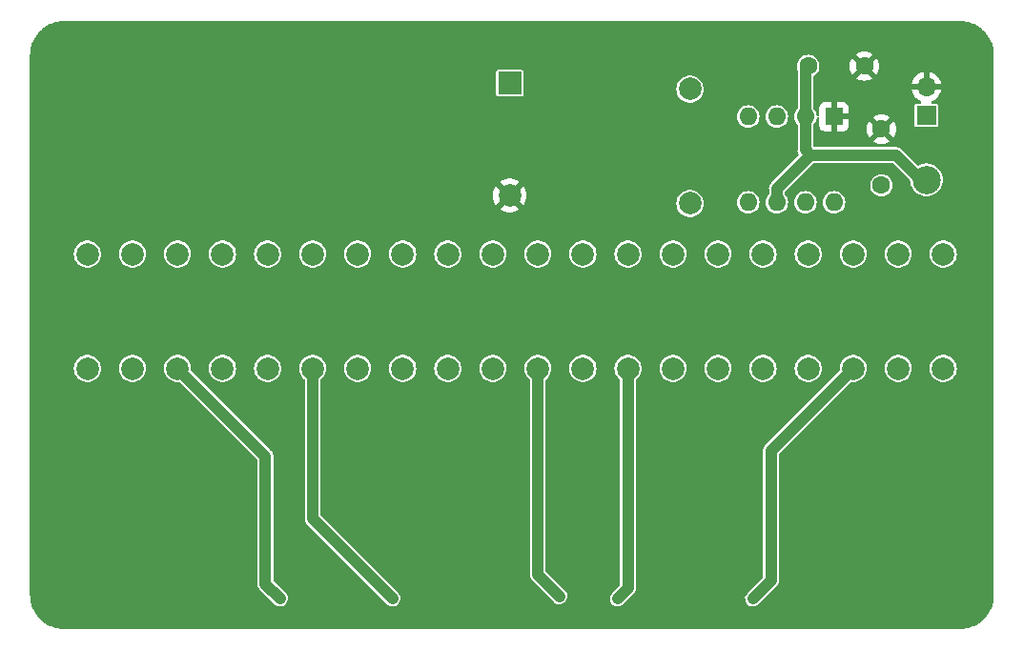
<source format=gbr>
%TF.GenerationSoftware,KiCad,Pcbnew,7.0.2*%
%TF.CreationDate,2023-07-28T17:59:40+01:00*%
%TF.ProjectId,pcb-stylophone_v2_to_make,7063622d-7374-4796-9c6f-70686f6e655f,rev?*%
%TF.SameCoordinates,Original*%
%TF.FileFunction,Copper,L2,Bot*%
%TF.FilePolarity,Positive*%
%FSLAX46Y46*%
G04 Gerber Fmt 4.6, Leading zero omitted, Abs format (unit mm)*
G04 Created by KiCad (PCBNEW 7.0.2) date 2023-07-28 17:59:40*
%MOMM*%
%LPD*%
G01*
G04 APERTURE LIST*
%TA.AperFunction,ComponentPad*%
%ADD10R,1.600000X1.600000*%
%TD*%
%TA.AperFunction,ComponentPad*%
%ADD11O,1.600000X1.600000*%
%TD*%
%TA.AperFunction,ComponentPad*%
%ADD12C,2.000000*%
%TD*%
%TA.AperFunction,ComponentPad*%
%ADD13R,2.000000X2.000000*%
%TD*%
%TA.AperFunction,ComponentPad*%
%ADD14C,2.500000*%
%TD*%
%TA.AperFunction,ComponentPad*%
%ADD15C,1.600000*%
%TD*%
%TA.AperFunction,ComponentPad*%
%ADD16R,1.700000X1.700000*%
%TD*%
%TA.AperFunction,ComponentPad*%
%ADD17O,1.700000X1.700000*%
%TD*%
%TA.AperFunction,ViaPad*%
%ADD18C,0.800000*%
%TD*%
%TA.AperFunction,Conductor*%
%ADD19C,1.000000*%
%TD*%
G04 APERTURE END LIST*
D10*
%TO.P,U1,1,GND*%
%TO.N,GND*%
X155800000Y-104480000D03*
D11*
%TO.P,U1,2,TR*%
%TO.N,Net-(J22-Pin_1)*%
X153260000Y-104480000D03*
%TO.P,U1,3,Q*%
%TO.N,Net-(U1-Q)*%
X150720000Y-104480000D03*
%TO.P,U1,4,R*%
%TO.N,VCC*%
X148180000Y-104480000D03*
%TO.P,U1,5,CV*%
%TO.N,unconnected-(U1-CV-Pad5)*%
X148180000Y-112100000D03*
%TO.P,U1,6,THR*%
%TO.N,Net-(J22-Pin_1)*%
X150720000Y-112100000D03*
%TO.P,U1,7,DIS*%
%TO.N,Net-(U1-DIS)*%
X153260000Y-112100000D03*
%TO.P,U1,8,VCC*%
%TO.N,VCC*%
X155800000Y-112100000D03*
%TD*%
D12*
%TO.P,R16,1*%
%TO.N,Net-(J15-Pin_1)*%
X109500000Y-116700000D03*
%TO.P,R16,2*%
%TO.N,Net-(J16-Pin_1)*%
X109500000Y-126860000D03*
%TD*%
%TO.P,R2,2*%
%TO.N,Net-(J2-Pin_1)*%
X165500000Y-126860000D03*
%TO.P,R2,1*%
%TO.N,Net-(U1-DIS)*%
X165500000Y-116700000D03*
%TD*%
D13*
%TO.P,LS1,1,1*%
%TO.N,Net-(U1-Q)*%
X127000000Y-101500000D03*
D12*
%TO.P,LS1,2,2*%
%TO.N,GND*%
X127000000Y-111500000D03*
%TD*%
%TO.P,R18,1*%
%TO.N,Net-(J17-Pin_1)*%
X101500000Y-116700000D03*
%TO.P,R18,2*%
%TO.N,Net-(J18-Pin_1)*%
X101500000Y-126860000D03*
%TD*%
%TO.P,R17,1*%
%TO.N,Net-(J16-Pin_1)*%
X105500000Y-116700000D03*
%TO.P,R17,2*%
%TO.N,Net-(J17-Pin_1)*%
X105500000Y-126860000D03*
%TD*%
%TO.P,R20,1*%
%TO.N,Net-(J19-Pin_1)*%
X93500000Y-116700000D03*
%TO.P,R20,2*%
%TO.N,Net-(J20-Pin_1)*%
X93500000Y-126860000D03*
%TD*%
%TO.P,R13,1*%
%TO.N,Net-(J12-Pin_1)*%
X121500000Y-116700000D03*
%TO.P,R13,2*%
%TO.N,Net-(J13-Pin_1)*%
X121500000Y-126860000D03*
%TD*%
D14*
%TO.P,J22,1,Pin_1*%
%TO.N,Net-(J22-Pin_1)*%
X164000000Y-110100000D03*
%TD*%
D15*
%TO.P,C2,1*%
%TO.N,Net-(J22-Pin_1)*%
X153500000Y-100000000D03*
%TO.P,C2,2*%
%TO.N,GND*%
X158500000Y-100000000D03*
%TD*%
D12*
%TO.P,R11,1*%
%TO.N,Net-(J10-Pin_1)*%
X129500000Y-116700000D03*
%TO.P,R11,2*%
%TO.N,Net-(J11-Pin_1)*%
X129500000Y-126860000D03*
%TD*%
D16*
%TO.P,J1,1,Pin_1*%
%TO.N,VCC*%
X164000000Y-104375000D03*
D17*
%TO.P,J1,2,Pin_2*%
%TO.N,GND*%
X164000000Y-101835000D03*
%TD*%
D12*
%TO.P,R10,1*%
%TO.N,Net-(J9-Pin_1)*%
X133500000Y-116700000D03*
%TO.P,R10,2*%
%TO.N,Net-(J10-Pin_1)*%
X133500000Y-126860000D03*
%TD*%
%TO.P,R8,1*%
%TO.N,Net-(J7-Pin_1)*%
X141500000Y-116700000D03*
%TO.P,R8,2*%
%TO.N,Net-(J8-Pin_1)*%
X141500000Y-126860000D03*
%TD*%
%TO.P,R12,1*%
%TO.N,Net-(J11-Pin_1)*%
X125500000Y-116700000D03*
%TO.P,R12,2*%
%TO.N,Net-(J12-Pin_1)*%
X125500000Y-126860000D03*
%TD*%
%TO.P,R1,1*%
%TO.N,Net-(U1-DIS)*%
X143000000Y-112200000D03*
%TO.P,R1,2*%
%TO.N,VCC*%
X143000000Y-102040000D03*
%TD*%
%TO.P,R15,1*%
%TO.N,Net-(J14-Pin_1)*%
X113500000Y-116700000D03*
%TO.P,R15,2*%
%TO.N,Net-(J15-Pin_1)*%
X113500000Y-126860000D03*
%TD*%
%TO.P,R6,1*%
%TO.N,Net-(J5-Pin_1)*%
X149500000Y-116700000D03*
%TO.P,R6,2*%
%TO.N,Net-(J6-Pin_1)*%
X149500000Y-126860000D03*
%TD*%
D15*
%TO.P,C1,1*%
%TO.N,VCC*%
X160000000Y-110600000D03*
%TO.P,C1,2*%
%TO.N,GND*%
X160000000Y-105600000D03*
%TD*%
D12*
%TO.P,R19,1*%
%TO.N,Net-(J18-Pin_1)*%
X97500000Y-116700000D03*
%TO.P,R19,2*%
%TO.N,Net-(J19-Pin_1)*%
X97500000Y-126860000D03*
%TD*%
%TO.P,R3,1*%
%TO.N,Net-(J2-Pin_1)*%
X161500000Y-116700000D03*
%TO.P,R3,2*%
%TO.N,Net-(J3-Pin_1)*%
X161500000Y-126860000D03*
%TD*%
%TO.P,R4,1*%
%TO.N,Net-(J3-Pin_1)*%
X157500000Y-116700000D03*
%TO.P,R4,2*%
%TO.N,Net-(J4-Pin_1)*%
X157500000Y-126860000D03*
%TD*%
%TO.P,R21,1*%
%TO.N,Net-(J20-Pin_1)*%
X89500000Y-116700000D03*
%TO.P,R21,2*%
%TO.N,Net-(J21-Pin_1)*%
X89500000Y-126860000D03*
%TD*%
%TO.P,R7,1*%
%TO.N,Net-(J6-Pin_1)*%
X145500000Y-116700000D03*
%TO.P,R7,2*%
%TO.N,Net-(J7-Pin_1)*%
X145500000Y-126860000D03*
%TD*%
%TO.P,R9,1*%
%TO.N,Net-(J8-Pin_1)*%
X137500000Y-116700000D03*
%TO.P,R9,2*%
%TO.N,Net-(J9-Pin_1)*%
X137500000Y-126860000D03*
%TD*%
%TO.P,R5,1*%
%TO.N,Net-(J4-Pin_1)*%
X153500000Y-116700000D03*
%TO.P,R5,2*%
%TO.N,Net-(J5-Pin_1)*%
X153500000Y-126860000D03*
%TD*%
%TO.P,R14,1*%
%TO.N,Net-(J13-Pin_1)*%
X117500000Y-116700000D03*
%TO.P,R14,2*%
%TO.N,Net-(J14-Pin_1)*%
X117500000Y-126860000D03*
%TD*%
D18*
%TO.N,GND*%
X142000000Y-148000000D03*
X165000000Y-140000000D03*
X128000000Y-148000000D03*
X110000000Y-100000000D03*
X165000000Y-135000000D03*
X153000000Y-148000000D03*
X103000000Y-148000000D03*
X160000000Y-140000000D03*
X90000000Y-140000000D03*
X140000000Y-115000000D03*
X115000000Y-100000000D03*
X95000000Y-145000000D03*
X95000000Y-140000000D03*
X160000000Y-145000000D03*
X95000000Y-135000000D03*
X148200000Y-109200000D03*
X150000000Y-100000000D03*
X90000000Y-135000000D03*
X140000000Y-105000000D03*
X165000000Y-145000000D03*
X112000000Y-148000000D03*
X115000000Y-105000000D03*
X160000000Y-135000000D03*
X122000000Y-148000000D03*
X90000000Y-145000000D03*
X140000000Y-110000000D03*
X110000000Y-105000000D03*
%TO.N,Net-(J4-Pin_1)*%
X148600000Y-147300000D03*
%TO.N,Net-(J9-Pin_1)*%
X136600000Y-147300000D03*
%TO.N,Net-(J11-Pin_1)*%
X131400000Y-147100000D03*
%TO.N,Net-(J16-Pin_1)*%
X116600000Y-147300000D03*
%TO.N,Net-(J19-Pin_1)*%
X106600000Y-147300000D03*
%TD*%
D19*
%TO.N,Net-(J22-Pin_1)*%
X153260000Y-107460000D02*
X153260000Y-104480000D01*
X153260000Y-104480000D02*
X153260000Y-100240000D01*
X153260000Y-100240000D02*
X153500000Y-100000000D01*
X164000000Y-110100000D02*
X163500000Y-110100000D01*
X150720000Y-112100000D02*
X150720000Y-110880000D01*
X153700000Y-107900000D02*
X153260000Y-107460000D01*
X163500000Y-110100000D02*
X161300000Y-107900000D01*
X161300000Y-107900000D02*
X153700000Y-107900000D01*
X150720000Y-110880000D02*
X153700000Y-107900000D01*
%TO.N,Net-(J4-Pin_1)*%
X150200000Y-145700000D02*
X150200000Y-134160000D01*
X150200000Y-134160000D02*
X157500000Y-126860000D01*
X148600000Y-147300000D02*
X150200000Y-145700000D01*
%TO.N,Net-(J9-Pin_1)*%
X137500000Y-146400000D02*
X137500000Y-126860000D01*
X136600000Y-147300000D02*
X137500000Y-146400000D01*
%TO.N,Net-(J11-Pin_1)*%
X131400000Y-147100000D02*
X129500000Y-145200000D01*
X129500000Y-145200000D02*
X129500000Y-126860000D01*
%TO.N,Net-(J16-Pin_1)*%
X109500000Y-140200000D02*
X109500000Y-126860000D01*
X116600000Y-147300000D02*
X109500000Y-140200000D01*
%TO.N,Net-(J19-Pin_1)*%
X106600000Y-147300000D02*
X105300000Y-146000000D01*
X105300000Y-146000000D02*
X105300000Y-134660000D01*
X105300000Y-134660000D02*
X97500000Y-126860000D01*
%TD*%
%TA.AperFunction,Conductor*%
%TO.N,GND*%
G36*
X167003243Y-96000669D02*
G01*
X167133628Y-96007503D01*
X167313910Y-96017628D01*
X167326309Y-96018955D01*
X167475647Y-96042608D01*
X167635321Y-96069737D01*
X167646619Y-96072205D01*
X167796693Y-96112418D01*
X167949188Y-96156351D01*
X167959253Y-96159726D01*
X168104710Y-96215562D01*
X168107599Y-96216714D01*
X168251768Y-96276430D01*
X168260594Y-96280500D01*
X168400064Y-96351565D01*
X168403748Y-96353521D01*
X168493848Y-96403316D01*
X168539548Y-96428574D01*
X168547061Y-96433081D01*
X168678754Y-96518604D01*
X168682947Y-96521452D01*
X168809147Y-96610996D01*
X168815428Y-96615759D01*
X168937567Y-96714665D01*
X168942158Y-96718571D01*
X169057424Y-96821579D01*
X169062478Y-96826358D01*
X169173640Y-96937520D01*
X169178419Y-96942574D01*
X169281427Y-97057840D01*
X169285333Y-97062431D01*
X169384239Y-97184570D01*
X169389002Y-97190851D01*
X169478546Y-97317051D01*
X169481409Y-97321266D01*
X169566907Y-97452921D01*
X169571430Y-97460460D01*
X169646477Y-97596250D01*
X169648433Y-97599934D01*
X169719498Y-97739404D01*
X169723575Y-97748247D01*
X169783259Y-97892337D01*
X169784462Y-97895353D01*
X169840265Y-98040727D01*
X169843655Y-98050836D01*
X169887579Y-98203297D01*
X169927793Y-98353379D01*
X169930262Y-98364685D01*
X169957394Y-98524369D01*
X169981040Y-98673670D01*
X169982371Y-98686108D01*
X169992509Y-98866617D01*
X169999330Y-98996756D01*
X169999500Y-99003246D01*
X169999500Y-146996753D01*
X169999330Y-147003243D01*
X169992509Y-147133382D01*
X169982372Y-147313887D01*
X169981040Y-147326331D01*
X169957394Y-147475629D01*
X169930263Y-147635308D01*
X169927791Y-147646624D01*
X169887579Y-147796701D01*
X169843653Y-147949170D01*
X169840268Y-147959263D01*
X169784462Y-148104645D01*
X169783259Y-148107661D01*
X169723575Y-148251751D01*
X169719498Y-148260594D01*
X169648433Y-148400064D01*
X169646477Y-148403748D01*
X169571430Y-148539538D01*
X169566897Y-148547094D01*
X169481412Y-148678728D01*
X169478546Y-148682947D01*
X169389002Y-148809147D01*
X169384239Y-148815428D01*
X169285333Y-148937567D01*
X169281427Y-148942158D01*
X169178419Y-149057424D01*
X169173640Y-149062478D01*
X169062478Y-149173640D01*
X169057424Y-149178419D01*
X168942158Y-149281427D01*
X168937567Y-149285333D01*
X168815428Y-149384239D01*
X168809147Y-149389002D01*
X168682947Y-149478546D01*
X168678728Y-149481412D01*
X168547094Y-149566897D01*
X168539538Y-149571430D01*
X168403748Y-149646477D01*
X168400064Y-149648433D01*
X168260594Y-149719498D01*
X168251751Y-149723575D01*
X168107661Y-149783259D01*
X168104645Y-149784462D01*
X167959271Y-149840265D01*
X167949162Y-149843655D01*
X167796702Y-149887579D01*
X167646619Y-149927793D01*
X167635313Y-149930262D01*
X167475630Y-149957394D01*
X167326328Y-149981040D01*
X167313890Y-149982371D01*
X167133382Y-149992509D01*
X167003244Y-149999330D01*
X166996754Y-149999500D01*
X87403247Y-149999500D01*
X87396757Y-149999330D01*
X87266617Y-149992509D01*
X87086111Y-149982372D01*
X87073666Y-149981040D01*
X86924369Y-149957394D01*
X86764690Y-149930263D01*
X86753374Y-149927791D01*
X86603298Y-149887579D01*
X86450828Y-149843653D01*
X86440735Y-149840268D01*
X86295353Y-149784462D01*
X86292337Y-149783259D01*
X86148247Y-149723575D01*
X86139404Y-149719498D01*
X85999934Y-149648433D01*
X85996250Y-149646477D01*
X85860460Y-149571430D01*
X85852921Y-149566907D01*
X85721266Y-149481409D01*
X85717051Y-149478546D01*
X85590851Y-149389002D01*
X85584570Y-149384239D01*
X85462431Y-149285333D01*
X85457840Y-149281427D01*
X85342574Y-149178419D01*
X85337520Y-149173640D01*
X85226358Y-149062478D01*
X85221579Y-149057424D01*
X85118571Y-148942158D01*
X85114665Y-148937567D01*
X85015759Y-148815428D01*
X85010996Y-148809147D01*
X84921452Y-148682947D01*
X84918604Y-148678754D01*
X84833081Y-148547061D01*
X84828568Y-148539538D01*
X84753521Y-148403748D01*
X84751565Y-148400064D01*
X84680500Y-148260594D01*
X84676430Y-148251768D01*
X84616714Y-148107599D01*
X84615562Y-148104710D01*
X84559729Y-147959260D01*
X84556346Y-147949170D01*
X84512414Y-147796679D01*
X84507316Y-147777652D01*
X84472202Y-147646605D01*
X84469738Y-147635323D01*
X84442601Y-147475606D01*
X84418956Y-147326316D01*
X84417627Y-147313890D01*
X84417627Y-147313887D01*
X84407490Y-147133382D01*
X84400669Y-147003243D01*
X84400500Y-146996755D01*
X84400500Y-126860000D01*
X88294357Y-126860000D01*
X88314885Y-127081537D01*
X88375769Y-127295526D01*
X88474941Y-127494688D01*
X88609019Y-127672237D01*
X88773437Y-127822124D01*
X88962595Y-127939245D01*
X88962597Y-127939245D01*
X88962599Y-127939247D01*
X89170060Y-128019618D01*
X89388757Y-128060500D01*
X89388759Y-128060500D01*
X89611241Y-128060500D01*
X89611243Y-128060500D01*
X89829940Y-128019618D01*
X90037401Y-127939247D01*
X90226562Y-127822124D01*
X90390981Y-127672236D01*
X90525058Y-127494689D01*
X90624229Y-127295528D01*
X90685115Y-127081536D01*
X90705643Y-126860000D01*
X92294357Y-126860000D01*
X92314885Y-127081537D01*
X92375769Y-127295526D01*
X92474941Y-127494688D01*
X92609019Y-127672237D01*
X92773437Y-127822124D01*
X92962595Y-127939245D01*
X92962597Y-127939245D01*
X92962599Y-127939247D01*
X93170060Y-128019618D01*
X93388757Y-128060500D01*
X93388759Y-128060500D01*
X93611241Y-128060500D01*
X93611243Y-128060500D01*
X93829940Y-128019618D01*
X94037401Y-127939247D01*
X94226562Y-127822124D01*
X94390981Y-127672236D01*
X94525058Y-127494689D01*
X94624229Y-127295528D01*
X94685115Y-127081536D01*
X94705643Y-126860000D01*
X96294357Y-126860000D01*
X96314885Y-127081537D01*
X96375769Y-127295526D01*
X96474941Y-127494688D01*
X96609019Y-127672237D01*
X96773437Y-127822124D01*
X96962595Y-127939245D01*
X96962597Y-127939245D01*
X96962599Y-127939247D01*
X97170060Y-128019618D01*
X97388757Y-128060500D01*
X97388759Y-128060500D01*
X97611241Y-128060500D01*
X97611243Y-128060500D01*
X97630066Y-128056981D01*
X97699580Y-128064012D01*
X97740532Y-128091189D01*
X104563181Y-134913838D01*
X104596666Y-134975161D01*
X104599500Y-135001519D01*
X104599500Y-145975079D01*
X104599274Y-145982566D01*
X104595641Y-146042607D01*
X104606483Y-146101771D01*
X104607610Y-146109172D01*
X104614860Y-146168873D01*
X104618450Y-146178339D01*
X104624475Y-146199952D01*
X104626303Y-146209929D01*
X104650991Y-146264783D01*
X104653856Y-146271701D01*
X104675180Y-146327926D01*
X104675182Y-146327930D01*
X104680941Y-146336273D01*
X104691961Y-146355813D01*
X104696120Y-146365054D01*
X104733216Y-146412405D01*
X104737651Y-146418432D01*
X104771817Y-146467929D01*
X104816847Y-146507822D01*
X104822283Y-146512939D01*
X106134633Y-147825290D01*
X106234944Y-147903878D01*
X106390069Y-147973695D01*
X106557394Y-148004358D01*
X106727196Y-147994086D01*
X106808401Y-147968782D01*
X106889603Y-147943479D01*
X106889603Y-147943478D01*
X106889606Y-147943478D01*
X107035185Y-147855472D01*
X107155472Y-147735185D01*
X107243478Y-147589606D01*
X107294086Y-147427196D01*
X107304358Y-147257394D01*
X107273695Y-147090069D01*
X107203878Y-146934944D01*
X107125290Y-146834633D01*
X106036818Y-145746161D01*
X106003333Y-145684838D01*
X106000499Y-145658489D01*
X106000499Y-134684921D01*
X106000725Y-134677433D01*
X106004358Y-134617394D01*
X105993514Y-134558221D01*
X105992387Y-134550815D01*
X105992128Y-134548689D01*
X105985140Y-134491128D01*
X105981547Y-134481656D01*
X105975522Y-134460044D01*
X105973695Y-134450069D01*
X105949009Y-134395220D01*
X105946152Y-134388326D01*
X105924818Y-134332070D01*
X105924816Y-134332068D01*
X105924816Y-134332066D01*
X105919062Y-134323731D01*
X105908033Y-134304177D01*
X105903878Y-134294944D01*
X105866780Y-134247591D01*
X105862352Y-134241573D01*
X105828184Y-134192072D01*
X105811660Y-134177433D01*
X105783153Y-134152178D01*
X105777715Y-134147058D01*
X98728571Y-127097914D01*
X98695086Y-127036591D01*
X98692781Y-126998798D01*
X98705643Y-126860000D01*
X100294357Y-126860000D01*
X100314885Y-127081537D01*
X100375769Y-127295526D01*
X100474941Y-127494688D01*
X100609019Y-127672237D01*
X100773437Y-127822124D01*
X100962595Y-127939245D01*
X100962597Y-127939245D01*
X100962599Y-127939247D01*
X101170060Y-128019618D01*
X101388757Y-128060500D01*
X101388759Y-128060500D01*
X101611241Y-128060500D01*
X101611243Y-128060500D01*
X101829940Y-128019618D01*
X102037401Y-127939247D01*
X102226562Y-127822124D01*
X102390981Y-127672236D01*
X102525058Y-127494689D01*
X102624229Y-127295528D01*
X102685115Y-127081536D01*
X102705643Y-126860000D01*
X104294357Y-126860000D01*
X104314885Y-127081537D01*
X104375769Y-127295526D01*
X104474941Y-127494688D01*
X104609019Y-127672237D01*
X104773437Y-127822124D01*
X104962595Y-127939245D01*
X104962597Y-127939245D01*
X104962599Y-127939247D01*
X105170060Y-128019618D01*
X105388757Y-128060500D01*
X105388759Y-128060500D01*
X105611241Y-128060500D01*
X105611243Y-128060500D01*
X105829940Y-128019618D01*
X106037401Y-127939247D01*
X106226562Y-127822124D01*
X106390981Y-127672236D01*
X106525058Y-127494689D01*
X106624229Y-127295528D01*
X106685115Y-127081536D01*
X106705643Y-126860000D01*
X108294357Y-126860000D01*
X108314885Y-127081537D01*
X108375769Y-127295526D01*
X108474941Y-127494688D01*
X108609019Y-127672237D01*
X108759038Y-127808997D01*
X108795320Y-127868708D01*
X108799500Y-127900634D01*
X108799500Y-140175079D01*
X108799274Y-140182566D01*
X108795641Y-140242607D01*
X108806483Y-140301771D01*
X108807610Y-140309172D01*
X108814860Y-140368873D01*
X108818450Y-140378339D01*
X108824475Y-140399952D01*
X108826303Y-140409929D01*
X108850991Y-140464783D01*
X108853856Y-140471701D01*
X108875180Y-140527926D01*
X108875182Y-140527930D01*
X108880941Y-140536273D01*
X108891961Y-140555813D01*
X108896120Y-140565054D01*
X108933216Y-140612405D01*
X108937651Y-140618432D01*
X108971817Y-140667929D01*
X109016847Y-140707822D01*
X109022283Y-140712940D01*
X116134633Y-147825290D01*
X116137583Y-147827601D01*
X116137591Y-147827608D01*
X116234941Y-147903876D01*
X116234942Y-147903876D01*
X116234943Y-147903877D01*
X116390068Y-147973694D01*
X116557394Y-148004357D01*
X116727196Y-147994086D01*
X116889606Y-147943478D01*
X117035184Y-147855472D01*
X117155472Y-147735184D01*
X117243478Y-147589606D01*
X117294086Y-147427196D01*
X117304357Y-147257394D01*
X117273694Y-147090068D01*
X117203877Y-146934943D01*
X117203876Y-146934942D01*
X117203876Y-146934941D01*
X117127608Y-146837591D01*
X117127601Y-146837583D01*
X117125290Y-146834633D01*
X115149138Y-144858481D01*
X110236818Y-139946161D01*
X110203333Y-139884838D01*
X110200499Y-139858480D01*
X110200499Y-133888305D01*
X110200499Y-127900630D01*
X110220184Y-127833595D01*
X110240958Y-127808999D01*
X110390981Y-127672236D01*
X110525058Y-127494689D01*
X110624229Y-127295528D01*
X110685115Y-127081536D01*
X110705643Y-126860000D01*
X112294357Y-126860000D01*
X112314885Y-127081537D01*
X112375769Y-127295526D01*
X112474941Y-127494688D01*
X112609019Y-127672237D01*
X112773437Y-127822124D01*
X112962595Y-127939245D01*
X112962597Y-127939245D01*
X112962599Y-127939247D01*
X113170060Y-128019618D01*
X113388757Y-128060500D01*
X113388759Y-128060500D01*
X113611241Y-128060500D01*
X113611243Y-128060500D01*
X113829940Y-128019618D01*
X114037401Y-127939247D01*
X114226562Y-127822124D01*
X114390981Y-127672236D01*
X114525058Y-127494689D01*
X114624229Y-127295528D01*
X114685115Y-127081536D01*
X114705643Y-126860000D01*
X116294357Y-126860000D01*
X116314885Y-127081537D01*
X116375769Y-127295526D01*
X116474941Y-127494688D01*
X116609019Y-127672237D01*
X116773437Y-127822124D01*
X116962595Y-127939245D01*
X116962597Y-127939245D01*
X116962599Y-127939247D01*
X117170060Y-128019618D01*
X117388757Y-128060500D01*
X117388759Y-128060500D01*
X117611241Y-128060500D01*
X117611243Y-128060500D01*
X117829940Y-128019618D01*
X118037401Y-127939247D01*
X118226562Y-127822124D01*
X118390981Y-127672236D01*
X118525058Y-127494689D01*
X118624229Y-127295528D01*
X118685115Y-127081536D01*
X118705643Y-126860000D01*
X120294357Y-126860000D01*
X120314885Y-127081537D01*
X120375769Y-127295526D01*
X120474941Y-127494688D01*
X120609019Y-127672237D01*
X120773437Y-127822124D01*
X120962595Y-127939245D01*
X120962597Y-127939245D01*
X120962599Y-127939247D01*
X121170060Y-128019618D01*
X121388757Y-128060500D01*
X121388759Y-128060500D01*
X121611241Y-128060500D01*
X121611243Y-128060500D01*
X121829940Y-128019618D01*
X122037401Y-127939247D01*
X122226562Y-127822124D01*
X122390981Y-127672236D01*
X122525058Y-127494689D01*
X122624229Y-127295528D01*
X122685115Y-127081536D01*
X122705643Y-126860000D01*
X124294357Y-126860000D01*
X124314885Y-127081537D01*
X124375769Y-127295526D01*
X124474941Y-127494688D01*
X124609019Y-127672237D01*
X124773437Y-127822124D01*
X124962595Y-127939245D01*
X124962597Y-127939245D01*
X124962599Y-127939247D01*
X125170060Y-128019618D01*
X125388757Y-128060500D01*
X125388759Y-128060500D01*
X125611241Y-128060500D01*
X125611243Y-128060500D01*
X125829940Y-128019618D01*
X126037401Y-127939247D01*
X126226562Y-127822124D01*
X126390981Y-127672236D01*
X126525058Y-127494689D01*
X126624229Y-127295528D01*
X126685115Y-127081536D01*
X126705643Y-126860000D01*
X128294357Y-126860000D01*
X128314885Y-127081537D01*
X128375769Y-127295526D01*
X128474941Y-127494688D01*
X128609019Y-127672237D01*
X128759037Y-127808996D01*
X128795319Y-127868707D01*
X128799499Y-127900633D01*
X128799499Y-145175079D01*
X128799273Y-145182565D01*
X128795641Y-145242606D01*
X128806483Y-145301771D01*
X128807610Y-145309172D01*
X128814860Y-145368873D01*
X128818450Y-145378339D01*
X128824475Y-145399952D01*
X128826303Y-145409929D01*
X128850991Y-145464783D01*
X128853856Y-145471701D01*
X128875180Y-145527926D01*
X128875182Y-145527930D01*
X128880941Y-145536273D01*
X128891961Y-145555813D01*
X128896120Y-145565054D01*
X128933216Y-145612405D01*
X128937654Y-145618436D01*
X128965294Y-145658480D01*
X128971817Y-145667929D01*
X129016847Y-145707822D01*
X129022283Y-145712939D01*
X130934633Y-147625290D01*
X131034944Y-147703878D01*
X131190069Y-147773695D01*
X131357394Y-147804358D01*
X131527196Y-147794086D01*
X131689606Y-147743478D01*
X131835185Y-147655472D01*
X131955472Y-147535185D01*
X132043478Y-147389606D01*
X132084676Y-147257393D01*
X135895642Y-147257393D01*
X135905914Y-147427199D01*
X135956520Y-147589603D01*
X136044528Y-147735186D01*
X136164813Y-147855471D01*
X136310396Y-147943479D01*
X136472800Y-147994085D01*
X136472804Y-147994086D01*
X136642606Y-148004358D01*
X136809932Y-147973695D01*
X136965057Y-147903878D01*
X137065367Y-147825290D01*
X137633263Y-147257393D01*
X147895642Y-147257393D01*
X147905914Y-147427199D01*
X147956520Y-147589603D01*
X148044528Y-147735186D01*
X148164813Y-147855471D01*
X148310396Y-147943479D01*
X148472800Y-147994085D01*
X148472804Y-147994086D01*
X148642606Y-148004358D01*
X148809932Y-147973695D01*
X148965057Y-147903878D01*
X149065367Y-147825290D01*
X150677731Y-146212924D01*
X150683150Y-146207823D01*
X150728183Y-146167929D01*
X150762377Y-146118389D01*
X150766770Y-146112419D01*
X150803878Y-146065056D01*
X150808035Y-146055818D01*
X150819061Y-146036268D01*
X150824818Y-146027930D01*
X150846152Y-145971674D01*
X150848994Y-145964811D01*
X150873695Y-145909931D01*
X150875522Y-145899956D01*
X150881549Y-145878339D01*
X150885140Y-145868872D01*
X150892387Y-145809179D01*
X150893514Y-145801777D01*
X150904358Y-145742606D01*
X150900726Y-145682566D01*
X150900500Y-145675079D01*
X150900500Y-134501518D01*
X150920185Y-134434479D01*
X150936814Y-134413842D01*
X157259469Y-128091186D01*
X157320790Y-128057703D01*
X157369932Y-128056981D01*
X157388757Y-128060500D01*
X157388758Y-128060500D01*
X157611241Y-128060500D01*
X157611243Y-128060500D01*
X157829940Y-128019618D01*
X158037401Y-127939247D01*
X158226562Y-127822124D01*
X158390981Y-127672236D01*
X158525058Y-127494689D01*
X158624229Y-127295528D01*
X158685115Y-127081536D01*
X158705643Y-126860000D01*
X158705643Y-126859999D01*
X160294357Y-126859999D01*
X160314885Y-127081537D01*
X160375769Y-127295526D01*
X160474941Y-127494688D01*
X160609019Y-127672237D01*
X160773437Y-127822124D01*
X160962595Y-127939245D01*
X160962597Y-127939245D01*
X160962599Y-127939247D01*
X161170060Y-128019618D01*
X161388757Y-128060500D01*
X161388759Y-128060500D01*
X161611241Y-128060500D01*
X161611243Y-128060500D01*
X161829940Y-128019618D01*
X162037401Y-127939247D01*
X162226562Y-127822124D01*
X162390981Y-127672236D01*
X162525058Y-127494689D01*
X162624229Y-127295528D01*
X162685115Y-127081536D01*
X162705643Y-126860000D01*
X164294357Y-126860000D01*
X164314885Y-127081537D01*
X164375769Y-127295526D01*
X164474941Y-127494688D01*
X164609019Y-127672237D01*
X164773437Y-127822124D01*
X164962595Y-127939245D01*
X164962597Y-127939245D01*
X164962599Y-127939247D01*
X165170060Y-128019618D01*
X165388757Y-128060500D01*
X165388759Y-128060500D01*
X165611241Y-128060500D01*
X165611243Y-128060500D01*
X165829940Y-128019618D01*
X166037401Y-127939247D01*
X166226562Y-127822124D01*
X166390981Y-127672236D01*
X166525058Y-127494689D01*
X166624229Y-127295528D01*
X166685115Y-127081536D01*
X166705643Y-126860000D01*
X166685115Y-126638464D01*
X166662227Y-126558021D01*
X166624230Y-126424473D01*
X166525058Y-126225311D01*
X166390980Y-126047762D01*
X166226562Y-125897875D01*
X166037404Y-125780754D01*
X165976174Y-125757033D01*
X165829940Y-125700382D01*
X165611243Y-125659500D01*
X165388757Y-125659500D01*
X165170060Y-125700382D01*
X164962595Y-125780754D01*
X164773437Y-125897875D01*
X164609019Y-126047762D01*
X164474941Y-126225311D01*
X164375769Y-126424473D01*
X164314885Y-126638462D01*
X164294357Y-126860000D01*
X162705643Y-126860000D01*
X162685115Y-126638464D01*
X162662227Y-126558021D01*
X162624230Y-126424473D01*
X162525058Y-126225311D01*
X162390980Y-126047762D01*
X162226562Y-125897875D01*
X162037404Y-125780754D01*
X161976174Y-125757033D01*
X161829940Y-125700382D01*
X161611243Y-125659500D01*
X161388757Y-125659500D01*
X161170059Y-125700382D01*
X161170060Y-125700382D01*
X160962595Y-125780754D01*
X160773437Y-125897875D01*
X160609019Y-126047762D01*
X160474941Y-126225311D01*
X160375769Y-126424473D01*
X160314885Y-126638462D01*
X160294357Y-126859999D01*
X158705643Y-126859999D01*
X158685115Y-126638464D01*
X158662227Y-126558021D01*
X158624230Y-126424473D01*
X158525058Y-126225311D01*
X158390980Y-126047762D01*
X158226562Y-125897875D01*
X158037404Y-125780754D01*
X157976174Y-125757033D01*
X157829940Y-125700382D01*
X157611243Y-125659500D01*
X157388757Y-125659500D01*
X157170060Y-125700382D01*
X156962595Y-125780754D01*
X156773437Y-125897875D01*
X156609019Y-126047762D01*
X156474941Y-126225311D01*
X156375769Y-126424473D01*
X156314885Y-126638462D01*
X156294357Y-126860000D01*
X156307217Y-126998793D01*
X156293802Y-127067362D01*
X156271427Y-127097914D01*
X149722290Y-133647051D01*
X149716838Y-133652183D01*
X149671816Y-133692070D01*
X149637649Y-133741568D01*
X149633213Y-133747597D01*
X149596121Y-133794942D01*
X149591961Y-133804186D01*
X149580941Y-133823725D01*
X149575182Y-133832069D01*
X149553853Y-133888305D01*
X149550989Y-133895219D01*
X149526303Y-133950070D01*
X149524475Y-133960047D01*
X149518454Y-133981648D01*
X149514859Y-133991128D01*
X149507609Y-134050827D01*
X149506483Y-134058226D01*
X149495641Y-134117390D01*
X149499274Y-134177433D01*
X149499500Y-134184920D01*
X149499500Y-145358481D01*
X149479815Y-145425520D01*
X149463181Y-145446162D01*
X148077363Y-146831979D01*
X148077355Y-146831987D01*
X148074710Y-146834633D01*
X148072405Y-146837575D01*
X148072398Y-146837583D01*
X147996121Y-146934944D01*
X147926305Y-147090067D01*
X147895642Y-147257393D01*
X137633263Y-147257393D01*
X137977731Y-146912924D01*
X137983150Y-146907823D01*
X138028183Y-146867929D01*
X138062351Y-146818426D01*
X138066763Y-146812428D01*
X138103878Y-146765057D01*
X138108034Y-146755820D01*
X138119062Y-146736267D01*
X138124818Y-146727930D01*
X138146153Y-146671671D01*
X138148997Y-146664803D01*
X138173694Y-146609932D01*
X138175519Y-146599970D01*
X138181545Y-146578348D01*
X138185140Y-146568872D01*
X138192389Y-146509165D01*
X138193516Y-146501762D01*
X138199716Y-146467929D01*
X138204357Y-146442606D01*
X138200726Y-146382577D01*
X138200500Y-146375090D01*
X138200500Y-127900634D01*
X138220185Y-127833595D01*
X138240962Y-127808997D01*
X138390980Y-127672237D01*
X138390981Y-127672236D01*
X138525058Y-127494689D01*
X138624229Y-127295528D01*
X138685115Y-127081536D01*
X138705643Y-126860000D01*
X140294357Y-126860000D01*
X140314885Y-127081537D01*
X140375769Y-127295526D01*
X140474941Y-127494688D01*
X140609019Y-127672237D01*
X140773437Y-127822124D01*
X140962595Y-127939245D01*
X140962597Y-127939245D01*
X140962599Y-127939247D01*
X141170060Y-128019618D01*
X141388757Y-128060500D01*
X141388759Y-128060500D01*
X141611241Y-128060500D01*
X141611243Y-128060500D01*
X141829940Y-128019618D01*
X142037401Y-127939247D01*
X142226562Y-127822124D01*
X142390981Y-127672236D01*
X142525058Y-127494689D01*
X142624229Y-127295528D01*
X142685115Y-127081536D01*
X142705643Y-126860000D01*
X142705643Y-126859999D01*
X144294357Y-126859999D01*
X144314885Y-127081537D01*
X144375769Y-127295526D01*
X144474941Y-127494688D01*
X144609019Y-127672237D01*
X144773437Y-127822124D01*
X144962595Y-127939245D01*
X144962597Y-127939245D01*
X144962599Y-127939247D01*
X145170060Y-128019618D01*
X145388757Y-128060500D01*
X145388759Y-128060500D01*
X145611241Y-128060500D01*
X145611243Y-128060500D01*
X145829940Y-128019618D01*
X146037401Y-127939247D01*
X146226562Y-127822124D01*
X146390981Y-127672236D01*
X146525058Y-127494689D01*
X146624229Y-127295528D01*
X146685115Y-127081536D01*
X146705643Y-126860000D01*
X148294357Y-126860000D01*
X148314885Y-127081537D01*
X148375769Y-127295526D01*
X148474941Y-127494688D01*
X148609019Y-127672237D01*
X148773437Y-127822124D01*
X148962595Y-127939245D01*
X148962597Y-127939245D01*
X148962599Y-127939247D01*
X149170060Y-128019618D01*
X149388757Y-128060500D01*
X149388759Y-128060500D01*
X149611241Y-128060500D01*
X149611243Y-128060500D01*
X149829940Y-128019618D01*
X150037401Y-127939247D01*
X150226562Y-127822124D01*
X150390981Y-127672236D01*
X150525058Y-127494689D01*
X150624229Y-127295528D01*
X150685115Y-127081536D01*
X150705643Y-126860000D01*
X150705643Y-126859999D01*
X152294357Y-126859999D01*
X152314885Y-127081537D01*
X152375769Y-127295526D01*
X152474941Y-127494688D01*
X152609019Y-127672237D01*
X152773437Y-127822124D01*
X152962595Y-127939245D01*
X152962597Y-127939245D01*
X152962599Y-127939247D01*
X153170060Y-128019618D01*
X153388757Y-128060500D01*
X153388759Y-128060500D01*
X153611241Y-128060500D01*
X153611243Y-128060500D01*
X153829940Y-128019618D01*
X154037401Y-127939247D01*
X154226562Y-127822124D01*
X154390981Y-127672236D01*
X154525058Y-127494689D01*
X154624229Y-127295528D01*
X154685115Y-127081536D01*
X154705643Y-126860000D01*
X154685115Y-126638464D01*
X154662227Y-126558021D01*
X154624230Y-126424473D01*
X154525058Y-126225311D01*
X154390980Y-126047762D01*
X154226562Y-125897875D01*
X154037404Y-125780754D01*
X153976174Y-125757033D01*
X153829940Y-125700382D01*
X153611243Y-125659500D01*
X153388757Y-125659500D01*
X153170059Y-125700382D01*
X153170060Y-125700382D01*
X152962595Y-125780754D01*
X152773437Y-125897875D01*
X152609019Y-126047762D01*
X152474941Y-126225311D01*
X152375769Y-126424473D01*
X152314885Y-126638462D01*
X152294357Y-126859999D01*
X150705643Y-126859999D01*
X150685115Y-126638464D01*
X150662227Y-126558021D01*
X150624230Y-126424473D01*
X150525058Y-126225311D01*
X150390980Y-126047762D01*
X150226562Y-125897875D01*
X150037404Y-125780754D01*
X149976174Y-125757033D01*
X149829940Y-125700382D01*
X149611243Y-125659500D01*
X149388757Y-125659500D01*
X149170060Y-125700382D01*
X148962595Y-125780754D01*
X148773437Y-125897875D01*
X148609019Y-126047762D01*
X148474941Y-126225311D01*
X148375769Y-126424473D01*
X148314885Y-126638462D01*
X148294357Y-126860000D01*
X146705643Y-126860000D01*
X146685115Y-126638464D01*
X146662227Y-126558021D01*
X146624230Y-126424473D01*
X146525058Y-126225311D01*
X146390980Y-126047762D01*
X146226562Y-125897875D01*
X146037404Y-125780754D01*
X145976174Y-125757033D01*
X145829940Y-125700382D01*
X145611243Y-125659500D01*
X145388757Y-125659500D01*
X145170059Y-125700382D01*
X145170060Y-125700382D01*
X144962595Y-125780754D01*
X144773437Y-125897875D01*
X144609019Y-126047762D01*
X144474941Y-126225311D01*
X144375769Y-126424473D01*
X144314885Y-126638462D01*
X144294357Y-126859999D01*
X142705643Y-126859999D01*
X142685115Y-126638464D01*
X142662227Y-126558021D01*
X142624230Y-126424473D01*
X142525058Y-126225311D01*
X142390980Y-126047762D01*
X142226562Y-125897875D01*
X142037404Y-125780754D01*
X141976174Y-125757033D01*
X141829940Y-125700382D01*
X141611243Y-125659500D01*
X141388757Y-125659500D01*
X141170060Y-125700382D01*
X140962595Y-125780754D01*
X140773437Y-125897875D01*
X140609019Y-126047762D01*
X140474941Y-126225311D01*
X140375769Y-126424473D01*
X140314885Y-126638462D01*
X140294357Y-126860000D01*
X138705643Y-126860000D01*
X138685115Y-126638464D01*
X138662227Y-126558021D01*
X138624230Y-126424473D01*
X138525058Y-126225311D01*
X138390980Y-126047762D01*
X138226562Y-125897875D01*
X138037404Y-125780754D01*
X137976174Y-125757033D01*
X137829940Y-125700382D01*
X137611243Y-125659500D01*
X137388757Y-125659500D01*
X137170059Y-125700382D01*
X137170060Y-125700382D01*
X136962595Y-125780754D01*
X136773437Y-125897875D01*
X136609019Y-126047762D01*
X136474941Y-126225311D01*
X136375769Y-126424473D01*
X136314885Y-126638462D01*
X136294357Y-126860000D01*
X136314885Y-127081537D01*
X136375769Y-127295526D01*
X136474941Y-127494688D01*
X136609019Y-127672237D01*
X136759038Y-127808997D01*
X136795320Y-127868708D01*
X136799500Y-127900634D01*
X136799500Y-146058480D01*
X136779815Y-146125519D01*
X136763181Y-146146161D01*
X136077363Y-146831979D01*
X136077355Y-146831987D01*
X136074710Y-146834633D01*
X136072405Y-146837575D01*
X136072398Y-146837583D01*
X135996121Y-146934944D01*
X135926305Y-147090067D01*
X135895642Y-147257393D01*
X132084676Y-147257393D01*
X132094086Y-147227196D01*
X132104358Y-147057394D01*
X132073695Y-146890069D01*
X132003878Y-146734944D01*
X131925290Y-146634633D01*
X130236819Y-144946162D01*
X130203334Y-144884839D01*
X130200500Y-144858481D01*
X130200500Y-127900634D01*
X130220185Y-127833595D01*
X130240962Y-127808997D01*
X130390980Y-127672237D01*
X130390981Y-127672236D01*
X130525058Y-127494689D01*
X130624229Y-127295528D01*
X130685115Y-127081536D01*
X130705643Y-126860000D01*
X132294357Y-126860000D01*
X132314885Y-127081537D01*
X132375769Y-127295526D01*
X132474941Y-127494688D01*
X132609019Y-127672237D01*
X132773437Y-127822124D01*
X132962595Y-127939245D01*
X132962597Y-127939245D01*
X132962599Y-127939247D01*
X133170060Y-128019618D01*
X133388757Y-128060500D01*
X133388759Y-128060500D01*
X133611241Y-128060500D01*
X133611243Y-128060500D01*
X133829940Y-128019618D01*
X134037401Y-127939247D01*
X134226562Y-127822124D01*
X134390981Y-127672236D01*
X134525058Y-127494689D01*
X134624229Y-127295528D01*
X134685115Y-127081536D01*
X134705643Y-126860000D01*
X134685115Y-126638464D01*
X134662227Y-126558021D01*
X134624230Y-126424473D01*
X134525058Y-126225311D01*
X134390980Y-126047762D01*
X134226562Y-125897875D01*
X134037404Y-125780754D01*
X133976174Y-125757033D01*
X133829940Y-125700382D01*
X133611243Y-125659500D01*
X133388757Y-125659500D01*
X133170060Y-125700382D01*
X132962595Y-125780754D01*
X132773437Y-125897875D01*
X132609019Y-126047762D01*
X132474941Y-126225311D01*
X132375769Y-126424473D01*
X132314885Y-126638462D01*
X132294357Y-126860000D01*
X130705643Y-126860000D01*
X130685115Y-126638464D01*
X130662227Y-126558021D01*
X130624230Y-126424473D01*
X130525058Y-126225311D01*
X130390980Y-126047762D01*
X130226562Y-125897875D01*
X130037404Y-125780754D01*
X129976174Y-125757033D01*
X129829940Y-125700382D01*
X129611243Y-125659500D01*
X129388757Y-125659500D01*
X129170059Y-125700382D01*
X129170060Y-125700382D01*
X128962595Y-125780754D01*
X128773437Y-125897875D01*
X128609019Y-126047762D01*
X128474941Y-126225311D01*
X128375769Y-126424473D01*
X128314885Y-126638462D01*
X128294357Y-126860000D01*
X126705643Y-126860000D01*
X126685115Y-126638464D01*
X126662227Y-126558021D01*
X126624230Y-126424473D01*
X126525058Y-126225311D01*
X126390980Y-126047762D01*
X126226562Y-125897875D01*
X126037404Y-125780754D01*
X125976174Y-125757033D01*
X125829940Y-125700382D01*
X125611243Y-125659500D01*
X125388757Y-125659500D01*
X125170060Y-125700382D01*
X124962595Y-125780754D01*
X124773437Y-125897875D01*
X124609019Y-126047762D01*
X124474941Y-126225311D01*
X124375769Y-126424473D01*
X124314885Y-126638462D01*
X124294357Y-126860000D01*
X122705643Y-126860000D01*
X122685115Y-126638464D01*
X122662227Y-126558021D01*
X122624230Y-126424473D01*
X122525058Y-126225311D01*
X122390980Y-126047762D01*
X122226562Y-125897875D01*
X122037404Y-125780754D01*
X121976174Y-125757033D01*
X121829940Y-125700382D01*
X121611243Y-125659500D01*
X121388757Y-125659500D01*
X121170059Y-125700382D01*
X121170060Y-125700382D01*
X120962595Y-125780754D01*
X120773437Y-125897875D01*
X120609019Y-126047762D01*
X120474941Y-126225311D01*
X120375769Y-126424473D01*
X120314885Y-126638462D01*
X120294357Y-126860000D01*
X118705643Y-126860000D01*
X118685115Y-126638464D01*
X118662227Y-126558021D01*
X118624230Y-126424473D01*
X118525058Y-126225311D01*
X118390980Y-126047762D01*
X118226562Y-125897875D01*
X118037404Y-125780754D01*
X117976174Y-125757033D01*
X117829940Y-125700382D01*
X117611243Y-125659500D01*
X117388757Y-125659500D01*
X117170060Y-125700382D01*
X116962595Y-125780754D01*
X116773437Y-125897875D01*
X116609019Y-126047762D01*
X116474941Y-126225311D01*
X116375769Y-126424473D01*
X116314885Y-126638462D01*
X116294357Y-126860000D01*
X114705643Y-126860000D01*
X114685115Y-126638464D01*
X114662227Y-126558021D01*
X114624230Y-126424473D01*
X114525058Y-126225311D01*
X114390980Y-126047762D01*
X114226562Y-125897875D01*
X114037404Y-125780754D01*
X113976174Y-125757033D01*
X113829940Y-125700382D01*
X113611243Y-125659500D01*
X113388757Y-125659500D01*
X113170059Y-125700382D01*
X113170060Y-125700382D01*
X112962595Y-125780754D01*
X112773437Y-125897875D01*
X112609019Y-126047762D01*
X112474941Y-126225311D01*
X112375769Y-126424473D01*
X112314885Y-126638462D01*
X112294357Y-126860000D01*
X110705643Y-126860000D01*
X110685115Y-126638464D01*
X110662227Y-126558021D01*
X110624230Y-126424473D01*
X110525058Y-126225311D01*
X110390980Y-126047762D01*
X110226562Y-125897875D01*
X110037404Y-125780754D01*
X109976174Y-125757033D01*
X109829940Y-125700382D01*
X109611243Y-125659500D01*
X109388757Y-125659500D01*
X109170060Y-125700382D01*
X108962595Y-125780754D01*
X108773437Y-125897875D01*
X108609019Y-126047762D01*
X108474941Y-126225311D01*
X108375769Y-126424473D01*
X108314885Y-126638462D01*
X108294357Y-126860000D01*
X106705643Y-126860000D01*
X106685115Y-126638464D01*
X106662227Y-126558021D01*
X106624230Y-126424473D01*
X106525058Y-126225311D01*
X106390980Y-126047762D01*
X106226562Y-125897875D01*
X106037404Y-125780754D01*
X105976174Y-125757033D01*
X105829940Y-125700382D01*
X105611243Y-125659500D01*
X105388757Y-125659500D01*
X105170059Y-125700382D01*
X105170060Y-125700382D01*
X104962595Y-125780754D01*
X104773437Y-125897875D01*
X104609019Y-126047762D01*
X104474941Y-126225311D01*
X104375769Y-126424473D01*
X104314885Y-126638462D01*
X104294357Y-126860000D01*
X102705643Y-126860000D01*
X102685115Y-126638464D01*
X102662227Y-126558021D01*
X102624230Y-126424473D01*
X102525058Y-126225311D01*
X102390980Y-126047762D01*
X102226562Y-125897875D01*
X102037404Y-125780754D01*
X101976174Y-125757033D01*
X101829940Y-125700382D01*
X101611243Y-125659500D01*
X101388757Y-125659500D01*
X101170060Y-125700382D01*
X100962595Y-125780754D01*
X100773437Y-125897875D01*
X100609019Y-126047762D01*
X100474941Y-126225311D01*
X100375769Y-126424473D01*
X100314885Y-126638462D01*
X100294357Y-126860000D01*
X98705643Y-126860000D01*
X98685115Y-126638464D01*
X98662227Y-126558021D01*
X98624230Y-126424473D01*
X98525058Y-126225311D01*
X98390980Y-126047762D01*
X98226562Y-125897875D01*
X98037404Y-125780754D01*
X97976174Y-125757033D01*
X97829940Y-125700382D01*
X97611243Y-125659500D01*
X97388757Y-125659500D01*
X97170059Y-125700382D01*
X97170060Y-125700382D01*
X96962595Y-125780754D01*
X96773437Y-125897875D01*
X96609019Y-126047762D01*
X96474941Y-126225311D01*
X96375769Y-126424473D01*
X96314885Y-126638462D01*
X96294357Y-126860000D01*
X94705643Y-126860000D01*
X94685115Y-126638464D01*
X94662227Y-126558021D01*
X94624230Y-126424473D01*
X94525058Y-126225311D01*
X94390980Y-126047762D01*
X94226562Y-125897875D01*
X94037404Y-125780754D01*
X93976174Y-125757033D01*
X93829940Y-125700382D01*
X93611243Y-125659500D01*
X93388757Y-125659500D01*
X93170060Y-125700382D01*
X92962595Y-125780754D01*
X92773437Y-125897875D01*
X92609019Y-126047762D01*
X92474941Y-126225311D01*
X92375769Y-126424473D01*
X92314885Y-126638462D01*
X92294357Y-126860000D01*
X90705643Y-126860000D01*
X90685115Y-126638464D01*
X90662227Y-126558021D01*
X90624230Y-126424473D01*
X90525058Y-126225311D01*
X90390980Y-126047762D01*
X90226562Y-125897875D01*
X90037404Y-125780754D01*
X89976174Y-125757033D01*
X89829940Y-125700382D01*
X89611243Y-125659500D01*
X89388757Y-125659500D01*
X89170059Y-125700382D01*
X89170060Y-125700382D01*
X88962595Y-125780754D01*
X88773437Y-125897875D01*
X88609019Y-126047762D01*
X88474941Y-126225311D01*
X88375769Y-126424473D01*
X88314885Y-126638462D01*
X88294357Y-126860000D01*
X84400500Y-126860000D01*
X84400500Y-116700000D01*
X88294357Y-116700000D01*
X88314885Y-116921537D01*
X88375769Y-117135526D01*
X88474941Y-117334688D01*
X88609019Y-117512237D01*
X88773437Y-117662124D01*
X88962595Y-117779245D01*
X88962597Y-117779245D01*
X88962599Y-117779247D01*
X89170060Y-117859618D01*
X89388757Y-117900500D01*
X89388759Y-117900500D01*
X89611241Y-117900500D01*
X89611243Y-117900500D01*
X89829940Y-117859618D01*
X90037401Y-117779247D01*
X90226562Y-117662124D01*
X90390981Y-117512236D01*
X90525058Y-117334689D01*
X90624229Y-117135528D01*
X90685115Y-116921536D01*
X90705643Y-116700000D01*
X92294357Y-116700000D01*
X92314885Y-116921537D01*
X92375769Y-117135526D01*
X92474941Y-117334688D01*
X92609019Y-117512237D01*
X92773437Y-117662124D01*
X92962595Y-117779245D01*
X92962597Y-117779245D01*
X92962599Y-117779247D01*
X93170060Y-117859618D01*
X93388757Y-117900500D01*
X93388759Y-117900500D01*
X93611241Y-117900500D01*
X93611243Y-117900500D01*
X93829940Y-117859618D01*
X94037401Y-117779247D01*
X94226562Y-117662124D01*
X94390981Y-117512236D01*
X94525058Y-117334689D01*
X94624229Y-117135528D01*
X94685115Y-116921536D01*
X94705643Y-116700000D01*
X96294357Y-116700000D01*
X96314885Y-116921537D01*
X96375769Y-117135526D01*
X96474941Y-117334688D01*
X96609019Y-117512237D01*
X96773437Y-117662124D01*
X96962595Y-117779245D01*
X96962597Y-117779245D01*
X96962599Y-117779247D01*
X97170060Y-117859618D01*
X97388757Y-117900500D01*
X97388759Y-117900500D01*
X97611241Y-117900500D01*
X97611243Y-117900500D01*
X97829940Y-117859618D01*
X98037401Y-117779247D01*
X98226562Y-117662124D01*
X98390981Y-117512236D01*
X98525058Y-117334689D01*
X98624229Y-117135528D01*
X98685115Y-116921536D01*
X98705643Y-116700000D01*
X100294357Y-116700000D01*
X100314885Y-116921537D01*
X100375769Y-117135526D01*
X100474941Y-117334688D01*
X100609019Y-117512237D01*
X100773437Y-117662124D01*
X100962595Y-117779245D01*
X100962597Y-117779245D01*
X100962599Y-117779247D01*
X101170060Y-117859618D01*
X101388757Y-117900500D01*
X101388759Y-117900500D01*
X101611241Y-117900500D01*
X101611243Y-117900500D01*
X101829940Y-117859618D01*
X102037401Y-117779247D01*
X102226562Y-117662124D01*
X102390981Y-117512236D01*
X102525058Y-117334689D01*
X102624229Y-117135528D01*
X102685115Y-116921536D01*
X102705643Y-116700000D01*
X104294357Y-116700000D01*
X104314885Y-116921537D01*
X104375769Y-117135526D01*
X104474941Y-117334688D01*
X104609019Y-117512237D01*
X104773437Y-117662124D01*
X104962595Y-117779245D01*
X104962597Y-117779245D01*
X104962599Y-117779247D01*
X105170060Y-117859618D01*
X105388757Y-117900500D01*
X105388759Y-117900500D01*
X105611241Y-117900500D01*
X105611243Y-117900500D01*
X105829940Y-117859618D01*
X106037401Y-117779247D01*
X106226562Y-117662124D01*
X106390981Y-117512236D01*
X106525058Y-117334689D01*
X106624229Y-117135528D01*
X106685115Y-116921536D01*
X106705643Y-116700000D01*
X108294357Y-116700000D01*
X108314885Y-116921537D01*
X108375769Y-117135526D01*
X108474941Y-117334688D01*
X108609019Y-117512237D01*
X108773437Y-117662124D01*
X108962595Y-117779245D01*
X108962597Y-117779245D01*
X108962599Y-117779247D01*
X109170060Y-117859618D01*
X109388757Y-117900500D01*
X109388759Y-117900500D01*
X109611241Y-117900500D01*
X109611243Y-117900500D01*
X109829940Y-117859618D01*
X110037401Y-117779247D01*
X110226562Y-117662124D01*
X110390981Y-117512236D01*
X110525058Y-117334689D01*
X110624229Y-117135528D01*
X110685115Y-116921536D01*
X110705643Y-116700000D01*
X112294357Y-116700000D01*
X112314885Y-116921537D01*
X112375769Y-117135526D01*
X112474941Y-117334688D01*
X112609019Y-117512237D01*
X112773437Y-117662124D01*
X112962595Y-117779245D01*
X112962597Y-117779245D01*
X112962599Y-117779247D01*
X113170060Y-117859618D01*
X113388757Y-117900500D01*
X113388759Y-117900500D01*
X113611241Y-117900500D01*
X113611243Y-117900500D01*
X113829940Y-117859618D01*
X114037401Y-117779247D01*
X114226562Y-117662124D01*
X114390981Y-117512236D01*
X114525058Y-117334689D01*
X114624229Y-117135528D01*
X114685115Y-116921536D01*
X114705643Y-116700000D01*
X116294357Y-116700000D01*
X116314885Y-116921537D01*
X116375769Y-117135526D01*
X116474941Y-117334688D01*
X116609019Y-117512237D01*
X116773437Y-117662124D01*
X116962595Y-117779245D01*
X116962597Y-117779245D01*
X116962599Y-117779247D01*
X117170060Y-117859618D01*
X117388757Y-117900500D01*
X117388759Y-117900500D01*
X117611241Y-117900500D01*
X117611243Y-117900500D01*
X117829940Y-117859618D01*
X118037401Y-117779247D01*
X118226562Y-117662124D01*
X118390981Y-117512236D01*
X118525058Y-117334689D01*
X118624229Y-117135528D01*
X118685115Y-116921536D01*
X118705643Y-116700000D01*
X120294357Y-116700000D01*
X120314885Y-116921537D01*
X120375769Y-117135526D01*
X120474941Y-117334688D01*
X120609019Y-117512237D01*
X120773437Y-117662124D01*
X120962595Y-117779245D01*
X120962597Y-117779245D01*
X120962599Y-117779247D01*
X121170060Y-117859618D01*
X121388757Y-117900500D01*
X121388759Y-117900500D01*
X121611241Y-117900500D01*
X121611243Y-117900500D01*
X121829940Y-117859618D01*
X122037401Y-117779247D01*
X122226562Y-117662124D01*
X122390981Y-117512236D01*
X122525058Y-117334689D01*
X122624229Y-117135528D01*
X122685115Y-116921536D01*
X122705643Y-116700000D01*
X124294357Y-116700000D01*
X124314885Y-116921537D01*
X124375769Y-117135526D01*
X124474941Y-117334688D01*
X124609019Y-117512237D01*
X124773437Y-117662124D01*
X124962595Y-117779245D01*
X124962597Y-117779245D01*
X124962599Y-117779247D01*
X125170060Y-117859618D01*
X125388757Y-117900500D01*
X125388759Y-117900500D01*
X125611241Y-117900500D01*
X125611243Y-117900500D01*
X125829940Y-117859618D01*
X126037401Y-117779247D01*
X126226562Y-117662124D01*
X126390981Y-117512236D01*
X126525058Y-117334689D01*
X126624229Y-117135528D01*
X126685115Y-116921536D01*
X126705643Y-116700000D01*
X128294357Y-116700000D01*
X128314885Y-116921537D01*
X128375769Y-117135526D01*
X128474941Y-117334688D01*
X128609019Y-117512237D01*
X128773437Y-117662124D01*
X128962595Y-117779245D01*
X128962597Y-117779245D01*
X128962599Y-117779247D01*
X129170060Y-117859618D01*
X129388757Y-117900500D01*
X129388759Y-117900500D01*
X129611241Y-117900500D01*
X129611243Y-117900500D01*
X129829940Y-117859618D01*
X130037401Y-117779247D01*
X130226562Y-117662124D01*
X130390981Y-117512236D01*
X130525058Y-117334689D01*
X130624229Y-117135528D01*
X130685115Y-116921536D01*
X130705643Y-116700000D01*
X132294357Y-116700000D01*
X132314885Y-116921537D01*
X132375769Y-117135526D01*
X132474941Y-117334688D01*
X132609019Y-117512237D01*
X132773437Y-117662124D01*
X132962595Y-117779245D01*
X132962597Y-117779245D01*
X132962599Y-117779247D01*
X133170060Y-117859618D01*
X133388757Y-117900500D01*
X133388759Y-117900500D01*
X133611241Y-117900500D01*
X133611243Y-117900500D01*
X133829940Y-117859618D01*
X134037401Y-117779247D01*
X134226562Y-117662124D01*
X134390981Y-117512236D01*
X134525058Y-117334689D01*
X134624229Y-117135528D01*
X134685115Y-116921536D01*
X134705643Y-116700000D01*
X136294357Y-116700000D01*
X136314885Y-116921537D01*
X136375769Y-117135526D01*
X136474941Y-117334688D01*
X136609019Y-117512237D01*
X136773437Y-117662124D01*
X136962595Y-117779245D01*
X136962597Y-117779245D01*
X136962599Y-117779247D01*
X137170060Y-117859618D01*
X137388757Y-117900500D01*
X137388759Y-117900500D01*
X137611241Y-117900500D01*
X137611243Y-117900500D01*
X137829940Y-117859618D01*
X138037401Y-117779247D01*
X138226562Y-117662124D01*
X138390981Y-117512236D01*
X138525058Y-117334689D01*
X138624229Y-117135528D01*
X138685115Y-116921536D01*
X138705643Y-116700000D01*
X140294357Y-116700000D01*
X140314885Y-116921537D01*
X140375769Y-117135526D01*
X140474941Y-117334688D01*
X140609019Y-117512237D01*
X140773437Y-117662124D01*
X140962595Y-117779245D01*
X140962597Y-117779245D01*
X140962599Y-117779247D01*
X141170060Y-117859618D01*
X141388757Y-117900500D01*
X141388759Y-117900500D01*
X141611241Y-117900500D01*
X141611243Y-117900500D01*
X141829940Y-117859618D01*
X142037401Y-117779247D01*
X142226562Y-117662124D01*
X142390981Y-117512236D01*
X142525058Y-117334689D01*
X142624229Y-117135528D01*
X142685115Y-116921536D01*
X142705643Y-116700000D01*
X142705643Y-116699999D01*
X144294357Y-116699999D01*
X144314885Y-116921537D01*
X144375769Y-117135526D01*
X144474941Y-117334688D01*
X144609019Y-117512237D01*
X144773437Y-117662124D01*
X144962595Y-117779245D01*
X144962597Y-117779245D01*
X144962599Y-117779247D01*
X145170060Y-117859618D01*
X145388757Y-117900500D01*
X145388759Y-117900500D01*
X145611241Y-117900500D01*
X145611243Y-117900500D01*
X145829940Y-117859618D01*
X146037401Y-117779247D01*
X146226562Y-117662124D01*
X146390981Y-117512236D01*
X146525058Y-117334689D01*
X146624229Y-117135528D01*
X146685115Y-116921536D01*
X146705643Y-116700000D01*
X148294357Y-116700000D01*
X148314885Y-116921537D01*
X148375769Y-117135526D01*
X148474941Y-117334688D01*
X148609019Y-117512237D01*
X148773437Y-117662124D01*
X148962595Y-117779245D01*
X148962597Y-117779245D01*
X148962599Y-117779247D01*
X149170060Y-117859618D01*
X149388757Y-117900500D01*
X149388759Y-117900500D01*
X149611241Y-117900500D01*
X149611243Y-117900500D01*
X149829940Y-117859618D01*
X150037401Y-117779247D01*
X150226562Y-117662124D01*
X150390981Y-117512236D01*
X150525058Y-117334689D01*
X150624229Y-117135528D01*
X150685115Y-116921536D01*
X150705643Y-116700000D01*
X150705643Y-116699999D01*
X152294357Y-116699999D01*
X152314885Y-116921537D01*
X152375769Y-117135526D01*
X152474941Y-117334688D01*
X152609019Y-117512237D01*
X152773437Y-117662124D01*
X152962595Y-117779245D01*
X152962597Y-117779245D01*
X152962599Y-117779247D01*
X153170060Y-117859618D01*
X153388757Y-117900500D01*
X153388759Y-117900500D01*
X153611241Y-117900500D01*
X153611243Y-117900500D01*
X153829940Y-117859618D01*
X154037401Y-117779247D01*
X154226562Y-117662124D01*
X154390981Y-117512236D01*
X154525058Y-117334689D01*
X154624229Y-117135528D01*
X154685115Y-116921536D01*
X154705643Y-116700000D01*
X156294357Y-116700000D01*
X156314885Y-116921537D01*
X156375769Y-117135526D01*
X156474941Y-117334688D01*
X156609019Y-117512237D01*
X156773437Y-117662124D01*
X156962595Y-117779245D01*
X156962597Y-117779245D01*
X156962599Y-117779247D01*
X157170060Y-117859618D01*
X157388757Y-117900500D01*
X157388759Y-117900500D01*
X157611241Y-117900500D01*
X157611243Y-117900500D01*
X157829940Y-117859618D01*
X158037401Y-117779247D01*
X158226562Y-117662124D01*
X158390981Y-117512236D01*
X158525058Y-117334689D01*
X158624229Y-117135528D01*
X158685115Y-116921536D01*
X158705643Y-116700000D01*
X158705643Y-116699999D01*
X160294357Y-116699999D01*
X160314885Y-116921537D01*
X160375769Y-117135526D01*
X160474941Y-117334688D01*
X160609019Y-117512237D01*
X160773437Y-117662124D01*
X160962595Y-117779245D01*
X160962597Y-117779245D01*
X160962599Y-117779247D01*
X161170060Y-117859618D01*
X161388757Y-117900500D01*
X161388759Y-117900500D01*
X161611241Y-117900500D01*
X161611243Y-117900500D01*
X161829940Y-117859618D01*
X162037401Y-117779247D01*
X162226562Y-117662124D01*
X162390981Y-117512236D01*
X162525058Y-117334689D01*
X162624229Y-117135528D01*
X162685115Y-116921536D01*
X162705643Y-116700000D01*
X164294357Y-116700000D01*
X164314885Y-116921537D01*
X164375769Y-117135526D01*
X164474941Y-117334688D01*
X164609019Y-117512237D01*
X164773437Y-117662124D01*
X164962595Y-117779245D01*
X164962597Y-117779245D01*
X164962599Y-117779247D01*
X165170060Y-117859618D01*
X165388757Y-117900500D01*
X165388759Y-117900500D01*
X165611241Y-117900500D01*
X165611243Y-117900500D01*
X165829940Y-117859618D01*
X166037401Y-117779247D01*
X166226562Y-117662124D01*
X166390981Y-117512236D01*
X166525058Y-117334689D01*
X166624229Y-117135528D01*
X166685115Y-116921536D01*
X166705643Y-116700000D01*
X166685115Y-116478464D01*
X166662227Y-116398021D01*
X166624230Y-116264473D01*
X166525058Y-116065311D01*
X166390980Y-115887762D01*
X166226562Y-115737875D01*
X166037404Y-115620754D01*
X165976174Y-115597033D01*
X165829940Y-115540382D01*
X165611243Y-115499500D01*
X165388757Y-115499500D01*
X165170059Y-115540382D01*
X165170060Y-115540382D01*
X164962595Y-115620754D01*
X164773437Y-115737875D01*
X164609019Y-115887762D01*
X164474941Y-116065311D01*
X164375769Y-116264473D01*
X164314885Y-116478462D01*
X164294357Y-116700000D01*
X162705643Y-116700000D01*
X162685115Y-116478464D01*
X162662227Y-116398021D01*
X162624230Y-116264473D01*
X162525058Y-116065311D01*
X162390980Y-115887762D01*
X162226562Y-115737875D01*
X162037404Y-115620754D01*
X161976174Y-115597033D01*
X161829940Y-115540382D01*
X161611243Y-115499500D01*
X161388757Y-115499500D01*
X161170060Y-115540382D01*
X160962595Y-115620754D01*
X160773437Y-115737875D01*
X160609019Y-115887762D01*
X160474941Y-116065311D01*
X160375769Y-116264473D01*
X160314885Y-116478462D01*
X160294357Y-116699999D01*
X158705643Y-116699999D01*
X158685115Y-116478464D01*
X158662227Y-116398021D01*
X158624230Y-116264473D01*
X158525058Y-116065311D01*
X158390980Y-115887762D01*
X158226562Y-115737875D01*
X158037404Y-115620754D01*
X157976174Y-115597033D01*
X157829940Y-115540382D01*
X157611243Y-115499500D01*
X157388757Y-115499500D01*
X157170059Y-115540382D01*
X157170060Y-115540382D01*
X156962595Y-115620754D01*
X156773437Y-115737875D01*
X156609019Y-115887762D01*
X156474941Y-116065311D01*
X156375769Y-116264473D01*
X156314885Y-116478462D01*
X156294357Y-116700000D01*
X154705643Y-116700000D01*
X154685115Y-116478464D01*
X154662227Y-116398021D01*
X154624230Y-116264473D01*
X154525058Y-116065311D01*
X154390980Y-115887762D01*
X154226562Y-115737875D01*
X154037404Y-115620754D01*
X153976174Y-115597033D01*
X153829940Y-115540382D01*
X153611243Y-115499500D01*
X153388757Y-115499500D01*
X153170060Y-115540382D01*
X152962595Y-115620754D01*
X152773437Y-115737875D01*
X152609019Y-115887762D01*
X152474941Y-116065311D01*
X152375769Y-116264473D01*
X152314885Y-116478462D01*
X152294357Y-116699999D01*
X150705643Y-116699999D01*
X150685115Y-116478464D01*
X150662227Y-116398021D01*
X150624230Y-116264473D01*
X150525058Y-116065311D01*
X150390980Y-115887762D01*
X150226562Y-115737875D01*
X150037404Y-115620754D01*
X149976174Y-115597033D01*
X149829940Y-115540382D01*
X149611243Y-115499500D01*
X149388757Y-115499500D01*
X149170059Y-115540382D01*
X149170060Y-115540382D01*
X148962595Y-115620754D01*
X148773437Y-115737875D01*
X148609019Y-115887762D01*
X148474941Y-116065311D01*
X148375769Y-116264473D01*
X148314885Y-116478462D01*
X148294357Y-116700000D01*
X146705643Y-116700000D01*
X146685115Y-116478464D01*
X146662227Y-116398021D01*
X146624230Y-116264473D01*
X146525058Y-116065311D01*
X146390980Y-115887762D01*
X146226562Y-115737875D01*
X146037404Y-115620754D01*
X145976174Y-115597033D01*
X145829940Y-115540382D01*
X145611243Y-115499500D01*
X145388757Y-115499500D01*
X145170060Y-115540382D01*
X144962595Y-115620754D01*
X144773437Y-115737875D01*
X144609019Y-115887762D01*
X144474941Y-116065311D01*
X144375769Y-116264473D01*
X144314885Y-116478462D01*
X144294357Y-116699999D01*
X142705643Y-116699999D01*
X142685115Y-116478464D01*
X142662227Y-116398021D01*
X142624230Y-116264473D01*
X142525058Y-116065311D01*
X142390980Y-115887762D01*
X142226562Y-115737875D01*
X142037404Y-115620754D01*
X141976174Y-115597033D01*
X141829940Y-115540382D01*
X141611243Y-115499500D01*
X141388757Y-115499500D01*
X141170059Y-115540382D01*
X141170060Y-115540382D01*
X140962595Y-115620754D01*
X140773437Y-115737875D01*
X140609019Y-115887762D01*
X140474941Y-116065311D01*
X140375769Y-116264473D01*
X140314885Y-116478462D01*
X140294357Y-116700000D01*
X138705643Y-116700000D01*
X138685115Y-116478464D01*
X138662227Y-116398021D01*
X138624230Y-116264473D01*
X138525058Y-116065311D01*
X138390980Y-115887762D01*
X138226562Y-115737875D01*
X138037404Y-115620754D01*
X137976174Y-115597033D01*
X137829940Y-115540382D01*
X137611243Y-115499500D01*
X137388757Y-115499500D01*
X137170060Y-115540382D01*
X136962595Y-115620754D01*
X136773437Y-115737875D01*
X136609019Y-115887762D01*
X136474941Y-116065311D01*
X136375769Y-116264473D01*
X136314885Y-116478462D01*
X136294357Y-116700000D01*
X134705643Y-116700000D01*
X134685115Y-116478464D01*
X134662227Y-116398021D01*
X134624230Y-116264473D01*
X134525058Y-116065311D01*
X134390980Y-115887762D01*
X134226562Y-115737875D01*
X134037404Y-115620754D01*
X133976174Y-115597033D01*
X133829940Y-115540382D01*
X133611243Y-115499500D01*
X133388757Y-115499500D01*
X133170059Y-115540382D01*
X133170060Y-115540382D01*
X132962595Y-115620754D01*
X132773437Y-115737875D01*
X132609019Y-115887762D01*
X132474941Y-116065311D01*
X132375769Y-116264473D01*
X132314885Y-116478462D01*
X132294357Y-116700000D01*
X130705643Y-116700000D01*
X130685115Y-116478464D01*
X130662227Y-116398021D01*
X130624230Y-116264473D01*
X130525058Y-116065311D01*
X130390980Y-115887762D01*
X130226562Y-115737875D01*
X130037404Y-115620754D01*
X129976174Y-115597033D01*
X129829940Y-115540382D01*
X129611243Y-115499500D01*
X129388757Y-115499500D01*
X129170060Y-115540382D01*
X128962595Y-115620754D01*
X128773437Y-115737875D01*
X128609019Y-115887762D01*
X128474941Y-116065311D01*
X128375769Y-116264473D01*
X128314885Y-116478462D01*
X128294357Y-116700000D01*
X126705643Y-116700000D01*
X126685115Y-116478464D01*
X126662227Y-116398021D01*
X126624230Y-116264473D01*
X126525058Y-116065311D01*
X126390980Y-115887762D01*
X126226562Y-115737875D01*
X126037404Y-115620754D01*
X125976174Y-115597033D01*
X125829940Y-115540382D01*
X125611243Y-115499500D01*
X125388757Y-115499500D01*
X125170059Y-115540382D01*
X125170060Y-115540382D01*
X124962595Y-115620754D01*
X124773437Y-115737875D01*
X124609019Y-115887762D01*
X124474941Y-116065311D01*
X124375769Y-116264473D01*
X124314885Y-116478462D01*
X124294357Y-116700000D01*
X122705643Y-116700000D01*
X122685115Y-116478464D01*
X122662227Y-116398021D01*
X122624230Y-116264473D01*
X122525058Y-116065311D01*
X122390980Y-115887762D01*
X122226562Y-115737875D01*
X122037404Y-115620754D01*
X121976174Y-115597033D01*
X121829940Y-115540382D01*
X121611243Y-115499500D01*
X121388757Y-115499500D01*
X121170060Y-115540382D01*
X120962595Y-115620754D01*
X120773437Y-115737875D01*
X120609019Y-115887762D01*
X120474941Y-116065311D01*
X120375769Y-116264473D01*
X120314885Y-116478462D01*
X120294357Y-116700000D01*
X118705643Y-116700000D01*
X118685115Y-116478464D01*
X118662227Y-116398021D01*
X118624230Y-116264473D01*
X118525058Y-116065311D01*
X118390980Y-115887762D01*
X118226562Y-115737875D01*
X118037404Y-115620754D01*
X117976174Y-115597033D01*
X117829940Y-115540382D01*
X117611243Y-115499500D01*
X117388757Y-115499500D01*
X117170059Y-115540382D01*
X117170060Y-115540382D01*
X116962595Y-115620754D01*
X116773437Y-115737875D01*
X116609019Y-115887762D01*
X116474941Y-116065311D01*
X116375769Y-116264473D01*
X116314885Y-116478462D01*
X116294357Y-116700000D01*
X114705643Y-116700000D01*
X114685115Y-116478464D01*
X114662227Y-116398021D01*
X114624230Y-116264473D01*
X114525058Y-116065311D01*
X114390980Y-115887762D01*
X114226562Y-115737875D01*
X114037404Y-115620754D01*
X113976174Y-115597033D01*
X113829940Y-115540382D01*
X113611243Y-115499500D01*
X113388757Y-115499500D01*
X113170060Y-115540382D01*
X112962595Y-115620754D01*
X112773437Y-115737875D01*
X112609019Y-115887762D01*
X112474941Y-116065311D01*
X112375769Y-116264473D01*
X112314885Y-116478462D01*
X112294357Y-116700000D01*
X110705643Y-116700000D01*
X110685115Y-116478464D01*
X110662227Y-116398021D01*
X110624230Y-116264473D01*
X110525058Y-116065311D01*
X110390980Y-115887762D01*
X110226562Y-115737875D01*
X110037404Y-115620754D01*
X109976174Y-115597033D01*
X109829940Y-115540382D01*
X109611243Y-115499500D01*
X109388757Y-115499500D01*
X109170059Y-115540382D01*
X109170060Y-115540382D01*
X108962595Y-115620754D01*
X108773437Y-115737875D01*
X108609019Y-115887762D01*
X108474941Y-116065311D01*
X108375769Y-116264473D01*
X108314885Y-116478462D01*
X108294357Y-116700000D01*
X106705643Y-116700000D01*
X106685115Y-116478464D01*
X106662227Y-116398021D01*
X106624230Y-116264473D01*
X106525058Y-116065311D01*
X106390980Y-115887762D01*
X106226562Y-115737875D01*
X106037404Y-115620754D01*
X105976174Y-115597033D01*
X105829940Y-115540382D01*
X105611243Y-115499500D01*
X105388757Y-115499500D01*
X105170060Y-115540382D01*
X104962595Y-115620754D01*
X104773437Y-115737875D01*
X104609019Y-115887762D01*
X104474941Y-116065311D01*
X104375769Y-116264473D01*
X104314885Y-116478462D01*
X104294357Y-116700000D01*
X102705643Y-116700000D01*
X102685115Y-116478464D01*
X102662227Y-116398021D01*
X102624230Y-116264473D01*
X102525058Y-116065311D01*
X102390980Y-115887762D01*
X102226562Y-115737875D01*
X102037404Y-115620754D01*
X101976174Y-115597033D01*
X101829940Y-115540382D01*
X101611243Y-115499500D01*
X101388757Y-115499500D01*
X101170059Y-115540382D01*
X101170060Y-115540382D01*
X100962595Y-115620754D01*
X100773437Y-115737875D01*
X100609019Y-115887762D01*
X100474941Y-116065311D01*
X100375769Y-116264473D01*
X100314885Y-116478462D01*
X100294357Y-116700000D01*
X98705643Y-116700000D01*
X98685115Y-116478464D01*
X98662227Y-116398021D01*
X98624230Y-116264473D01*
X98525058Y-116065311D01*
X98390980Y-115887762D01*
X98226562Y-115737875D01*
X98037404Y-115620754D01*
X97976174Y-115597033D01*
X97829940Y-115540382D01*
X97611243Y-115499500D01*
X97388757Y-115499500D01*
X97170060Y-115540382D01*
X96962595Y-115620754D01*
X96773437Y-115737875D01*
X96609019Y-115887762D01*
X96474941Y-116065311D01*
X96375769Y-116264473D01*
X96314885Y-116478462D01*
X96294357Y-116700000D01*
X94705643Y-116700000D01*
X94685115Y-116478464D01*
X94662227Y-116398021D01*
X94624230Y-116264473D01*
X94525058Y-116065311D01*
X94390980Y-115887762D01*
X94226562Y-115737875D01*
X94037404Y-115620754D01*
X93976174Y-115597033D01*
X93829940Y-115540382D01*
X93611243Y-115499500D01*
X93388757Y-115499500D01*
X93170059Y-115540382D01*
X93170060Y-115540382D01*
X92962595Y-115620754D01*
X92773437Y-115737875D01*
X92609019Y-115887762D01*
X92474941Y-116065311D01*
X92375769Y-116264473D01*
X92314885Y-116478462D01*
X92294357Y-116700000D01*
X90705643Y-116700000D01*
X90685115Y-116478464D01*
X90662227Y-116398021D01*
X90624230Y-116264473D01*
X90525058Y-116065311D01*
X90390980Y-115887762D01*
X90226562Y-115737875D01*
X90037404Y-115620754D01*
X89976174Y-115597033D01*
X89829940Y-115540382D01*
X89611243Y-115499500D01*
X89388757Y-115499500D01*
X89170060Y-115540382D01*
X88962595Y-115620754D01*
X88773437Y-115737875D01*
X88609019Y-115887762D01*
X88474941Y-116065311D01*
X88375769Y-116264473D01*
X88314885Y-116478462D01*
X88294357Y-116700000D01*
X84400500Y-116700000D01*
X84400500Y-111499999D01*
X125494858Y-111499999D01*
X125515386Y-111747732D01*
X125576413Y-111988721D01*
X125676268Y-112216370D01*
X125776563Y-112369882D01*
X125776564Y-112369882D01*
X126516922Y-111629523D01*
X126540507Y-111709844D01*
X126618239Y-111830798D01*
X126726900Y-111924952D01*
X126857685Y-111984680D01*
X126867466Y-111986086D01*
X126129942Y-112723609D01*
X126129942Y-112723610D01*
X126176766Y-112760055D01*
X126395393Y-112878368D01*
X126630506Y-112959083D01*
X126875707Y-113000000D01*
X127124293Y-113000000D01*
X127369493Y-112959083D01*
X127604606Y-112878368D01*
X127823233Y-112760053D01*
X127870056Y-112723609D01*
X127132533Y-111986086D01*
X127142315Y-111984680D01*
X127273100Y-111924952D01*
X127381761Y-111830798D01*
X127459493Y-111709844D01*
X127483076Y-111629524D01*
X128223434Y-112369882D01*
X128323730Y-112216369D01*
X128330910Y-112200000D01*
X141794357Y-112200000D01*
X141814885Y-112421537D01*
X141875769Y-112635526D01*
X141974941Y-112834688D01*
X142109019Y-113012237D01*
X142273437Y-113162124D01*
X142462595Y-113279245D01*
X142462597Y-113279245D01*
X142462599Y-113279247D01*
X142670060Y-113359618D01*
X142888757Y-113400500D01*
X142888759Y-113400500D01*
X143111241Y-113400500D01*
X143111243Y-113400500D01*
X143329940Y-113359618D01*
X143537401Y-113279247D01*
X143726562Y-113162124D01*
X143890981Y-113012236D01*
X144025058Y-112834689D01*
X144124229Y-112635528D01*
X144185115Y-112421536D01*
X144205643Y-112200000D01*
X144196377Y-112099999D01*
X147174659Y-112099999D01*
X147193976Y-112296133D01*
X147251185Y-112484726D01*
X147251186Y-112484727D01*
X147344090Y-112658538D01*
X147469117Y-112810883D01*
X147621462Y-112935910D01*
X147795273Y-113028814D01*
X147983868Y-113086024D01*
X148180000Y-113105341D01*
X148376132Y-113086024D01*
X148564727Y-113028814D01*
X148738538Y-112935910D01*
X148890883Y-112810883D01*
X149015910Y-112658538D01*
X149108814Y-112484727D01*
X149166024Y-112296132D01*
X149185341Y-112100000D01*
X149185341Y-112099999D01*
X149714659Y-112099999D01*
X149733976Y-112296133D01*
X149791185Y-112484726D01*
X149791186Y-112484727D01*
X149884090Y-112658538D01*
X150009117Y-112810883D01*
X150161462Y-112935910D01*
X150335273Y-113028814D01*
X150523868Y-113086024D01*
X150720000Y-113105341D01*
X150916132Y-113086024D01*
X151104727Y-113028814D01*
X151278538Y-112935910D01*
X151430883Y-112810883D01*
X151555910Y-112658538D01*
X151648814Y-112484727D01*
X151706024Y-112296132D01*
X151725341Y-112100000D01*
X151725341Y-112099999D01*
X152254659Y-112099999D01*
X152273976Y-112296133D01*
X152331185Y-112484726D01*
X152331186Y-112484727D01*
X152424090Y-112658538D01*
X152549117Y-112810883D01*
X152701462Y-112935910D01*
X152875273Y-113028814D01*
X153063868Y-113086024D01*
X153260000Y-113105341D01*
X153456132Y-113086024D01*
X153644727Y-113028814D01*
X153818538Y-112935910D01*
X153970883Y-112810883D01*
X154095910Y-112658538D01*
X154188814Y-112484727D01*
X154246024Y-112296132D01*
X154265341Y-112100000D01*
X154265341Y-112099999D01*
X154794659Y-112099999D01*
X154813976Y-112296133D01*
X154871185Y-112484726D01*
X154871186Y-112484727D01*
X154964090Y-112658538D01*
X155089117Y-112810883D01*
X155241462Y-112935910D01*
X155415273Y-113028814D01*
X155603868Y-113086024D01*
X155800000Y-113105341D01*
X155996132Y-113086024D01*
X156184727Y-113028814D01*
X156358538Y-112935910D01*
X156510883Y-112810883D01*
X156635910Y-112658538D01*
X156728814Y-112484727D01*
X156786024Y-112296132D01*
X156805341Y-112100000D01*
X156786024Y-111903868D01*
X156728814Y-111715273D01*
X156635910Y-111541462D01*
X156510883Y-111389117D01*
X156358538Y-111264090D01*
X156309493Y-111237875D01*
X156184726Y-111171185D01*
X155996133Y-111113976D01*
X155800000Y-111094659D01*
X155603866Y-111113976D01*
X155415273Y-111171185D01*
X155241463Y-111264089D01*
X155089117Y-111389117D01*
X154964089Y-111541463D01*
X154871185Y-111715273D01*
X154813976Y-111903866D01*
X154794659Y-112099999D01*
X154265341Y-112099999D01*
X154246024Y-111903868D01*
X154188814Y-111715273D01*
X154095910Y-111541462D01*
X153970883Y-111389117D01*
X153818538Y-111264090D01*
X153769493Y-111237875D01*
X153644726Y-111171185D01*
X153456133Y-111113976D01*
X153260000Y-111094659D01*
X153063866Y-111113976D01*
X152875273Y-111171185D01*
X152701463Y-111264089D01*
X152549117Y-111389117D01*
X152424089Y-111541463D01*
X152331185Y-111715273D01*
X152273976Y-111903866D01*
X152254659Y-112099999D01*
X151725341Y-112099999D01*
X151706024Y-111903868D01*
X151648814Y-111715273D01*
X151555910Y-111541462D01*
X151448647Y-111410762D01*
X151421334Y-111346452D01*
X151420500Y-111332097D01*
X151420500Y-111221519D01*
X151440185Y-111154480D01*
X151456819Y-111133838D01*
X151990657Y-110600000D01*
X158994659Y-110600000D01*
X159013976Y-110796133D01*
X159071185Y-110984726D01*
X159129946Y-111094659D01*
X159164090Y-111158538D01*
X159289117Y-111310883D01*
X159441462Y-111435910D01*
X159615273Y-111528814D01*
X159803868Y-111586024D01*
X160000000Y-111605341D01*
X160196132Y-111586024D01*
X160384727Y-111528814D01*
X160558538Y-111435910D01*
X160710883Y-111310883D01*
X160835910Y-111158538D01*
X160928814Y-110984727D01*
X160986024Y-110796132D01*
X161005341Y-110600000D01*
X160986024Y-110403868D01*
X160928814Y-110215273D01*
X160835910Y-110041462D01*
X160710883Y-109889117D01*
X160558538Y-109764090D01*
X160536091Y-109752092D01*
X160384726Y-109671185D01*
X160196133Y-109613976D01*
X160000000Y-109594659D01*
X159803866Y-109613976D01*
X159615273Y-109671185D01*
X159441463Y-109764089D01*
X159289117Y-109889117D01*
X159164089Y-110041463D01*
X159071185Y-110215273D01*
X159013976Y-110403866D01*
X158994659Y-110600000D01*
X151990657Y-110600000D01*
X153953838Y-108636819D01*
X154015161Y-108603334D01*
X154041519Y-108600500D01*
X160958481Y-108600500D01*
X161025520Y-108620185D01*
X161046162Y-108636819D01*
X162515566Y-110106223D01*
X162549051Y-110167546D01*
X162551461Y-110183664D01*
X162564379Y-110339558D01*
X162564379Y-110339561D01*
X162564380Y-110339563D01*
X162623390Y-110572591D01*
X162719951Y-110792728D01*
X162851429Y-110993969D01*
X163014236Y-111170825D01*
X163014239Y-111170827D01*
X163203927Y-111318468D01*
X163203929Y-111318469D01*
X163203933Y-111318472D01*
X163415344Y-111432882D01*
X163642703Y-111510934D01*
X163879808Y-111550500D01*
X163879809Y-111550500D01*
X164120191Y-111550500D01*
X164120192Y-111550500D01*
X164357297Y-111510934D01*
X164584656Y-111432882D01*
X164796067Y-111318472D01*
X164985764Y-111170825D01*
X165148571Y-110993969D01*
X165280049Y-110792728D01*
X165376610Y-110572591D01*
X165435620Y-110339563D01*
X165455471Y-110100000D01*
X165435620Y-109860437D01*
X165376610Y-109627409D01*
X165280049Y-109407272D01*
X165148571Y-109206031D01*
X164985764Y-109029175D01*
X164964370Y-109012523D01*
X164796072Y-108881531D01*
X164796068Y-108881528D01*
X164796067Y-108881528D01*
X164584656Y-108767118D01*
X164584655Y-108767117D01*
X164584652Y-108767116D01*
X164357299Y-108689066D01*
X164199226Y-108662688D01*
X164120192Y-108649500D01*
X163879808Y-108649500D01*
X163820531Y-108659391D01*
X163642700Y-108689066D01*
X163415341Y-108767118D01*
X163329534Y-108813554D01*
X163261206Y-108828149D01*
X163195834Y-108803485D01*
X163182837Y-108792180D01*
X161812940Y-107422283D01*
X161807822Y-107416847D01*
X161767929Y-107371817D01*
X161718432Y-107337651D01*
X161712405Y-107333216D01*
X161665054Y-107296120D01*
X161655813Y-107291961D01*
X161636273Y-107280941D01*
X161627930Y-107275182D01*
X161627927Y-107275181D01*
X161627926Y-107275180D01*
X161571701Y-107253856D01*
X161564783Y-107250991D01*
X161509929Y-107226303D01*
X161499952Y-107224475D01*
X161478339Y-107218450D01*
X161468873Y-107214860D01*
X161409172Y-107207610D01*
X161401771Y-107206483D01*
X161342607Y-107195641D01*
X161282566Y-107199274D01*
X161275079Y-107199500D01*
X154084500Y-107199500D01*
X154017461Y-107179815D01*
X153971706Y-107127011D01*
X153960500Y-107075500D01*
X153960500Y-105247902D01*
X153980185Y-105180863D01*
X153988642Y-105169242D01*
X154095910Y-105038538D01*
X154188814Y-104864727D01*
X154246024Y-104676132D01*
X154252597Y-104609393D01*
X154278758Y-104544607D01*
X154335792Y-104504248D01*
X154405592Y-104501131D01*
X154465997Y-104536245D01*
X154497828Y-104598443D01*
X154500000Y-104621548D01*
X154500000Y-105324518D01*
X154500354Y-105331132D01*
X154506400Y-105387371D01*
X154556647Y-105522089D01*
X154642811Y-105637188D01*
X154757910Y-105723352D01*
X154892628Y-105773599D01*
X154948867Y-105779645D01*
X154955482Y-105780000D01*
X155550000Y-105780000D01*
X155550000Y-104795686D01*
X155561955Y-104807641D01*
X155674852Y-104865165D01*
X155768519Y-104880000D01*
X155831481Y-104880000D01*
X155925148Y-104865165D01*
X156038045Y-104807641D01*
X156050000Y-104795686D01*
X156050000Y-105780000D01*
X156644518Y-105780000D01*
X156651132Y-105779645D01*
X156707371Y-105773599D01*
X156842089Y-105723352D01*
X156957188Y-105637188D01*
X156985027Y-105600000D01*
X158695033Y-105600000D01*
X158714858Y-105826602D01*
X158773733Y-106046326D01*
X158869866Y-106252484D01*
X158920972Y-106325471D01*
X158920973Y-106325472D01*
X159602045Y-105644399D01*
X159614835Y-105725148D01*
X159672359Y-105838045D01*
X159761955Y-105927641D01*
X159874852Y-105985165D01*
X159955599Y-105997953D01*
X159274526Y-106679025D01*
X159274526Y-106679026D01*
X159347515Y-106730133D01*
X159553673Y-106826266D01*
X159773397Y-106885141D01*
X160000000Y-106904966D01*
X160226602Y-106885141D01*
X160446326Y-106826266D01*
X160652480Y-106730134D01*
X160725472Y-106679025D01*
X160044401Y-105997953D01*
X160125148Y-105985165D01*
X160238045Y-105927641D01*
X160327641Y-105838045D01*
X160385165Y-105725148D01*
X160397953Y-105644400D01*
X161079025Y-106325472D01*
X161130134Y-106252480D01*
X161226266Y-106046326D01*
X161285141Y-105826602D01*
X161304966Y-105600000D01*
X161285141Y-105373397D01*
X161226266Y-105153673D01*
X161130133Y-104947515D01*
X161079025Y-104874526D01*
X160397953Y-105555598D01*
X160385165Y-105474852D01*
X160327641Y-105361955D01*
X160238045Y-105272359D01*
X160125148Y-105214835D01*
X160044400Y-105202046D01*
X160725472Y-104520974D01*
X160725471Y-104520972D01*
X160652484Y-104469866D01*
X160446326Y-104373733D01*
X160226602Y-104314858D01*
X160000000Y-104295033D01*
X159773397Y-104314858D01*
X159553672Y-104373733D01*
X159347516Y-104469865D01*
X159274527Y-104520973D01*
X159274526Y-104520973D01*
X159955600Y-105202046D01*
X159874852Y-105214835D01*
X159761955Y-105272359D01*
X159672359Y-105361955D01*
X159614835Y-105474852D01*
X159602046Y-105555598D01*
X158920973Y-104874527D01*
X158869865Y-104947516D01*
X158773733Y-105153672D01*
X158714858Y-105373397D01*
X158695033Y-105600000D01*
X156985027Y-105600000D01*
X157043352Y-105522089D01*
X157093599Y-105387371D01*
X157099645Y-105331132D01*
X157100000Y-105324518D01*
X157100000Y-104730000D01*
X156115686Y-104730000D01*
X156127641Y-104718045D01*
X156185165Y-104605148D01*
X156204986Y-104480000D01*
X156185165Y-104354852D01*
X156127641Y-104241955D01*
X156115686Y-104230000D01*
X157100000Y-104230000D01*
X157100000Y-103635481D01*
X157099645Y-103628867D01*
X157093599Y-103572628D01*
X157043352Y-103437910D01*
X156957188Y-103322811D01*
X156842089Y-103236647D01*
X156707371Y-103186400D01*
X156651132Y-103180354D01*
X156644518Y-103180000D01*
X156050000Y-103180000D01*
X156050000Y-104164314D01*
X156038045Y-104152359D01*
X155925148Y-104094835D01*
X155831481Y-104080000D01*
X155768519Y-104080000D01*
X155674852Y-104094835D01*
X155561955Y-104152359D01*
X155550000Y-104164314D01*
X155550000Y-103180000D01*
X154955482Y-103180000D01*
X154948867Y-103180354D01*
X154892628Y-103186400D01*
X154757910Y-103236647D01*
X154642811Y-103322811D01*
X154556647Y-103437910D01*
X154506400Y-103572628D01*
X154500354Y-103628867D01*
X154500000Y-103635481D01*
X154500000Y-104338451D01*
X154480315Y-104405490D01*
X154427511Y-104451245D01*
X154358353Y-104461189D01*
X154294797Y-104432164D01*
X154257023Y-104373386D01*
X154252597Y-104350605D01*
X154249076Y-104314858D01*
X154246024Y-104283868D01*
X154188814Y-104095273D01*
X154095910Y-103921462D01*
X153988647Y-103790762D01*
X153961334Y-103726452D01*
X153960500Y-103712097D01*
X153960500Y-102085000D01*
X162669364Y-102085000D01*
X162726569Y-102298492D01*
X162826399Y-102512576D01*
X162961893Y-102706081D01*
X163128918Y-102873106D01*
X163322423Y-103008600D01*
X163492947Y-103088118D01*
X163545386Y-103134291D01*
X163564538Y-103201484D01*
X163544322Y-103268365D01*
X163491157Y-103313700D01*
X163440542Y-103324500D01*
X163130251Y-103324500D01*
X163071769Y-103336132D01*
X163005447Y-103380447D01*
X162961132Y-103446769D01*
X162949500Y-103505251D01*
X162949500Y-105244748D01*
X162961132Y-105303230D01*
X163005447Y-105369552D01*
X163071769Y-105413867D01*
X163130251Y-105425500D01*
X163130252Y-105425500D01*
X164869749Y-105425500D01*
X164898989Y-105419683D01*
X164928231Y-105413867D01*
X164994552Y-105369552D01*
X165038867Y-105303231D01*
X165050500Y-105244748D01*
X165050500Y-103505252D01*
X165038867Y-103446769D01*
X165032948Y-103437910D01*
X164994552Y-103380447D01*
X164928230Y-103336132D01*
X164869749Y-103324500D01*
X164869748Y-103324500D01*
X164559458Y-103324500D01*
X164492419Y-103304815D01*
X164446664Y-103252011D01*
X164436720Y-103182853D01*
X164465745Y-103119297D01*
X164507053Y-103088118D01*
X164677576Y-103008600D01*
X164871081Y-102873106D01*
X165038106Y-102706081D01*
X165173600Y-102512576D01*
X165273430Y-102298492D01*
X165330636Y-102085000D01*
X164433686Y-102085000D01*
X164459493Y-102044844D01*
X164500000Y-101906889D01*
X164500000Y-101763111D01*
X164459493Y-101625156D01*
X164433686Y-101585000D01*
X165330636Y-101585000D01*
X165330635Y-101584999D01*
X165273430Y-101371507D01*
X165173599Y-101157421D01*
X165038109Y-100963921D01*
X164871081Y-100796893D01*
X164677576Y-100661399D01*
X164463492Y-100561569D01*
X164250000Y-100504364D01*
X164250000Y-101399498D01*
X164142315Y-101350320D01*
X164035763Y-101335000D01*
X163964237Y-101335000D01*
X163857685Y-101350320D01*
X163749999Y-101399498D01*
X163749999Y-100504364D01*
X163536507Y-100561569D01*
X163322421Y-100661400D01*
X163128921Y-100796890D01*
X162961890Y-100963921D01*
X162826400Y-101157421D01*
X162726569Y-101371507D01*
X162669364Y-101584999D01*
X162669364Y-101585000D01*
X163566314Y-101585000D01*
X163540507Y-101625156D01*
X163500000Y-101763111D01*
X163500000Y-101906889D01*
X163540507Y-102044844D01*
X163566314Y-102085000D01*
X162669364Y-102085000D01*
X153960500Y-102085000D01*
X153960500Y-100962634D01*
X153980185Y-100895595D01*
X154026047Y-100853276D01*
X154058538Y-100835910D01*
X154210883Y-100710883D01*
X154335910Y-100558538D01*
X154428814Y-100384727D01*
X154486024Y-100196132D01*
X154505341Y-100000000D01*
X154505341Y-99999999D01*
X157195033Y-99999999D01*
X157214858Y-100226602D01*
X157273733Y-100446326D01*
X157369866Y-100652484D01*
X157420972Y-100725471D01*
X157420973Y-100725472D01*
X158102045Y-100044399D01*
X158114835Y-100125148D01*
X158172359Y-100238045D01*
X158261955Y-100327641D01*
X158374852Y-100385165D01*
X158455599Y-100397953D01*
X157774526Y-101079025D01*
X157774526Y-101079026D01*
X157847515Y-101130133D01*
X158053673Y-101226266D01*
X158273397Y-101285141D01*
X158500000Y-101304966D01*
X158726602Y-101285141D01*
X158946326Y-101226266D01*
X159152480Y-101130134D01*
X159225472Y-101079025D01*
X158544401Y-100397953D01*
X158625148Y-100385165D01*
X158738045Y-100327641D01*
X158827641Y-100238045D01*
X158885165Y-100125148D01*
X158897953Y-100044400D01*
X159579025Y-100725472D01*
X159630134Y-100652480D01*
X159726266Y-100446326D01*
X159785141Y-100226602D01*
X159804966Y-100000000D01*
X159785141Y-99773397D01*
X159726266Y-99553673D01*
X159630133Y-99347515D01*
X159579025Y-99274526D01*
X158897953Y-99955598D01*
X158885165Y-99874852D01*
X158827641Y-99761955D01*
X158738045Y-99672359D01*
X158625148Y-99614835D01*
X158544400Y-99602046D01*
X159225472Y-98920974D01*
X159225471Y-98920972D01*
X159152484Y-98869866D01*
X158946326Y-98773733D01*
X158726602Y-98714858D01*
X158500000Y-98695033D01*
X158273397Y-98714858D01*
X158053672Y-98773733D01*
X157847516Y-98869865D01*
X157774527Y-98920973D01*
X157774526Y-98920973D01*
X158455600Y-99602046D01*
X158374852Y-99614835D01*
X158261955Y-99672359D01*
X158172359Y-99761955D01*
X158114835Y-99874852D01*
X158102046Y-99955598D01*
X157420973Y-99274527D01*
X157369865Y-99347516D01*
X157273733Y-99553672D01*
X157214858Y-99773397D01*
X157195033Y-99999999D01*
X154505341Y-99999999D01*
X154486024Y-99803868D01*
X154428814Y-99615273D01*
X154335910Y-99441462D01*
X154210883Y-99289117D01*
X154058538Y-99164090D01*
X154036091Y-99152092D01*
X153884726Y-99071185D01*
X153696133Y-99013976D01*
X153500000Y-98994659D01*
X153303866Y-99013976D01*
X153115273Y-99071185D01*
X152941463Y-99164089D01*
X152789117Y-99289117D01*
X152664089Y-99441463D01*
X152571185Y-99615273D01*
X152513976Y-99803866D01*
X152494659Y-100000000D01*
X152513975Y-100196130D01*
X152554161Y-100328603D01*
X152559500Y-100364598D01*
X152559500Y-103712097D01*
X152539815Y-103779136D01*
X152531353Y-103790762D01*
X152424089Y-103921462D01*
X152331185Y-104095273D01*
X152273976Y-104283866D01*
X152254659Y-104480000D01*
X152273976Y-104676133D01*
X152331185Y-104864726D01*
X152412091Y-105016091D01*
X152424090Y-105038538D01*
X152531353Y-105169238D01*
X152558666Y-105233547D01*
X152559500Y-105247902D01*
X152559500Y-107435079D01*
X152559274Y-107442566D01*
X152555641Y-107502607D01*
X152566483Y-107561771D01*
X152567610Y-107569172D01*
X152574860Y-107628873D01*
X152578450Y-107638339D01*
X152584475Y-107659952D01*
X152586303Y-107669929D01*
X152610991Y-107724783D01*
X152613856Y-107731701D01*
X152635180Y-107787926D01*
X152635182Y-107787930D01*
X152640941Y-107796273D01*
X152651963Y-107815816D01*
X152660773Y-107835391D01*
X152670336Y-107904603D01*
X152640963Y-107967998D01*
X152635378Y-107973963D01*
X150242290Y-110367051D01*
X150236838Y-110372183D01*
X150191816Y-110412070D01*
X150157649Y-110461568D01*
X150153213Y-110467597D01*
X150116121Y-110514942D01*
X150111961Y-110524186D01*
X150100941Y-110543725D01*
X150095182Y-110552069D01*
X150073853Y-110608305D01*
X150070989Y-110615219D01*
X150046303Y-110670070D01*
X150044475Y-110680047D01*
X150038454Y-110701648D01*
X150034859Y-110711128D01*
X150027609Y-110770827D01*
X150026483Y-110778226D01*
X150015641Y-110837390D01*
X150019274Y-110897433D01*
X150019500Y-110904920D01*
X150019500Y-111332097D01*
X149999815Y-111399136D01*
X149991353Y-111410762D01*
X149884089Y-111541462D01*
X149791185Y-111715273D01*
X149733976Y-111903866D01*
X149714659Y-112099999D01*
X149185341Y-112099999D01*
X149166024Y-111903868D01*
X149108814Y-111715273D01*
X149015910Y-111541462D01*
X148890883Y-111389117D01*
X148738538Y-111264090D01*
X148689493Y-111237875D01*
X148564726Y-111171185D01*
X148376133Y-111113976D01*
X148278066Y-111104317D01*
X148180000Y-111094659D01*
X148179999Y-111094659D01*
X147983866Y-111113976D01*
X147795273Y-111171185D01*
X147621463Y-111264089D01*
X147469117Y-111389117D01*
X147344089Y-111541463D01*
X147251185Y-111715273D01*
X147193976Y-111903866D01*
X147174659Y-112099999D01*
X144196377Y-112099999D01*
X144185115Y-111978464D01*
X144149575Y-111853553D01*
X144124230Y-111764473D01*
X144025058Y-111565311D01*
X143890980Y-111387762D01*
X143726562Y-111237875D01*
X143537404Y-111120754D01*
X143419423Y-111075048D01*
X143329940Y-111040382D01*
X143111243Y-110999500D01*
X142888757Y-110999500D01*
X142670059Y-111040381D01*
X142670060Y-111040382D01*
X142462595Y-111120754D01*
X142273437Y-111237875D01*
X142109019Y-111387762D01*
X141974941Y-111565311D01*
X141875769Y-111764473D01*
X141814885Y-111978462D01*
X141794357Y-112200000D01*
X128330910Y-112200000D01*
X128423586Y-111988721D01*
X128484613Y-111747732D01*
X128505141Y-111499999D01*
X128484613Y-111252267D01*
X128423586Y-111011278D01*
X128323730Y-110783630D01*
X128223434Y-110630116D01*
X127483076Y-111370475D01*
X127459493Y-111290156D01*
X127381761Y-111169202D01*
X127273100Y-111075048D01*
X127142315Y-111015320D01*
X127132532Y-111013913D01*
X127870056Y-110276389D01*
X127870056Y-110276387D01*
X127823235Y-110239947D01*
X127604606Y-110121631D01*
X127369493Y-110040916D01*
X127124293Y-110000000D01*
X126875707Y-110000000D01*
X126630506Y-110040916D01*
X126395393Y-110121631D01*
X126176764Y-110239946D01*
X126129942Y-110276388D01*
X126129942Y-110276390D01*
X126867464Y-111013913D01*
X126857685Y-111015320D01*
X126726900Y-111075048D01*
X126618239Y-111169202D01*
X126540507Y-111290156D01*
X126516923Y-111370474D01*
X125776564Y-110630117D01*
X125676266Y-110783634D01*
X125576413Y-111011278D01*
X125515386Y-111252267D01*
X125494858Y-111499999D01*
X84400500Y-111499999D01*
X84400500Y-104480000D01*
X147174659Y-104480000D01*
X147193976Y-104676133D01*
X147251185Y-104864726D01*
X147332091Y-105016091D01*
X147344090Y-105038538D01*
X147469117Y-105190883D01*
X147621462Y-105315910D01*
X147795273Y-105408814D01*
X147983868Y-105466024D01*
X148180000Y-105485341D01*
X148376132Y-105466024D01*
X148564727Y-105408814D01*
X148738538Y-105315910D01*
X148890883Y-105190883D01*
X149015910Y-105038538D01*
X149108814Y-104864727D01*
X149166024Y-104676132D01*
X149185341Y-104480000D01*
X149714659Y-104480000D01*
X149733976Y-104676133D01*
X149791185Y-104864726D01*
X149872091Y-105016091D01*
X149884090Y-105038538D01*
X150009117Y-105190883D01*
X150161462Y-105315910D01*
X150335273Y-105408814D01*
X150523868Y-105466024D01*
X150720000Y-105485341D01*
X150916132Y-105466024D01*
X151104727Y-105408814D01*
X151278538Y-105315910D01*
X151430883Y-105190883D01*
X151555910Y-105038538D01*
X151648814Y-104864727D01*
X151706024Y-104676132D01*
X151725341Y-104480000D01*
X151706024Y-104283868D01*
X151648814Y-104095273D01*
X151555910Y-103921462D01*
X151430883Y-103769117D01*
X151278538Y-103644090D01*
X151250058Y-103628867D01*
X151104726Y-103551185D01*
X150916133Y-103493976D01*
X150720000Y-103474659D01*
X150523866Y-103493976D01*
X150335273Y-103551185D01*
X150161463Y-103644089D01*
X150009117Y-103769117D01*
X149884089Y-103921463D01*
X149791185Y-104095273D01*
X149733976Y-104283866D01*
X149714659Y-104480000D01*
X149185341Y-104480000D01*
X149166024Y-104283868D01*
X149108814Y-104095273D01*
X149015910Y-103921462D01*
X148890883Y-103769117D01*
X148738538Y-103644090D01*
X148710058Y-103628867D01*
X148564726Y-103551185D01*
X148376133Y-103493976D01*
X148180000Y-103474659D01*
X147983866Y-103493976D01*
X147795273Y-103551185D01*
X147621463Y-103644089D01*
X147469117Y-103769117D01*
X147344089Y-103921463D01*
X147251185Y-104095273D01*
X147193976Y-104283866D01*
X147174659Y-104480000D01*
X84400500Y-104480000D01*
X84400500Y-102519748D01*
X125799500Y-102519748D01*
X125811132Y-102578230D01*
X125855447Y-102644552D01*
X125921769Y-102688867D01*
X125980251Y-102700500D01*
X125980252Y-102700500D01*
X128019749Y-102700500D01*
X128048989Y-102694683D01*
X128078231Y-102688867D01*
X128144552Y-102644552D01*
X128188867Y-102578231D01*
X128200500Y-102519748D01*
X128200500Y-102040000D01*
X141794357Y-102040000D01*
X141814885Y-102261537D01*
X141875769Y-102475526D01*
X141974941Y-102674688D01*
X142109019Y-102852237D01*
X142273437Y-103002124D01*
X142462595Y-103119245D01*
X142462597Y-103119245D01*
X142462599Y-103119247D01*
X142670060Y-103199618D01*
X142888757Y-103240500D01*
X142888759Y-103240500D01*
X143111241Y-103240500D01*
X143111243Y-103240500D01*
X143329940Y-103199618D01*
X143537401Y-103119247D01*
X143726562Y-103002124D01*
X143890981Y-102852236D01*
X144025058Y-102674689D01*
X144124229Y-102475528D01*
X144185115Y-102261536D01*
X144205643Y-102040000D01*
X144185115Y-101818464D01*
X144162227Y-101738021D01*
X144124230Y-101604473D01*
X144025058Y-101405311D01*
X143890980Y-101227762D01*
X143726562Y-101077875D01*
X143537404Y-100960754D01*
X143476174Y-100937033D01*
X143329940Y-100880382D01*
X143111243Y-100839500D01*
X142888757Y-100839500D01*
X142670059Y-100880382D01*
X142670060Y-100880382D01*
X142462595Y-100960754D01*
X142273437Y-101077875D01*
X142109019Y-101227762D01*
X141974941Y-101405311D01*
X141875769Y-101604473D01*
X141814885Y-101818462D01*
X141794357Y-102040000D01*
X128200500Y-102040000D01*
X128200500Y-100480252D01*
X128188867Y-100421769D01*
X128164116Y-100384727D01*
X128144552Y-100355447D01*
X128078230Y-100311132D01*
X128019749Y-100299500D01*
X128019748Y-100299500D01*
X125980252Y-100299500D01*
X125980251Y-100299500D01*
X125921769Y-100311132D01*
X125855447Y-100355447D01*
X125811132Y-100421769D01*
X125799500Y-100480251D01*
X125799500Y-102519748D01*
X84400500Y-102519748D01*
X84400500Y-99003245D01*
X84400670Y-98996755D01*
X84407490Y-98866625D01*
X84407490Y-98866617D01*
X84417628Y-98686089D01*
X84418955Y-98673692D01*
X84442611Y-98524331D01*
X84469739Y-98364669D01*
X84472206Y-98353379D01*
X84512425Y-98203279D01*
X84556353Y-98050803D01*
X84559721Y-98040759D01*
X84615583Y-97895233D01*
X84616692Y-97892452D01*
X84676439Y-97748212D01*
X84680488Y-97739429D01*
X84751569Y-97599925D01*
X84753521Y-97596250D01*
X84828588Y-97460426D01*
X84833065Y-97452962D01*
X84918633Y-97321199D01*
X84921434Y-97317077D01*
X85011010Y-97190832D01*
X85015733Y-97184603D01*
X85114702Y-97062386D01*
X85118532Y-97057885D01*
X85221613Y-96942537D01*
X85226323Y-96937556D01*
X85337556Y-96826323D01*
X85342537Y-96821613D01*
X85457885Y-96718532D01*
X85462386Y-96714702D01*
X85584603Y-96615733D01*
X85590832Y-96611010D01*
X85717077Y-96521434D01*
X85721199Y-96518633D01*
X85852962Y-96433065D01*
X85860426Y-96428588D01*
X85996255Y-96353517D01*
X85999934Y-96351565D01*
X86139429Y-96280488D01*
X86148212Y-96276439D01*
X86292452Y-96216692D01*
X86295233Y-96215583D01*
X86440753Y-96159724D01*
X86450818Y-96156349D01*
X86603292Y-96112422D01*
X86753407Y-96072198D01*
X86764672Y-96069739D01*
X86924337Y-96042610D01*
X87073688Y-96018955D01*
X87086098Y-96017627D01*
X87266566Y-96007493D01*
X87396756Y-96000669D01*
X87403245Y-96000500D01*
X166996755Y-96000500D01*
X167003243Y-96000669D01*
G37*
%TD.AperFunction*%
%TD*%
M02*

</source>
